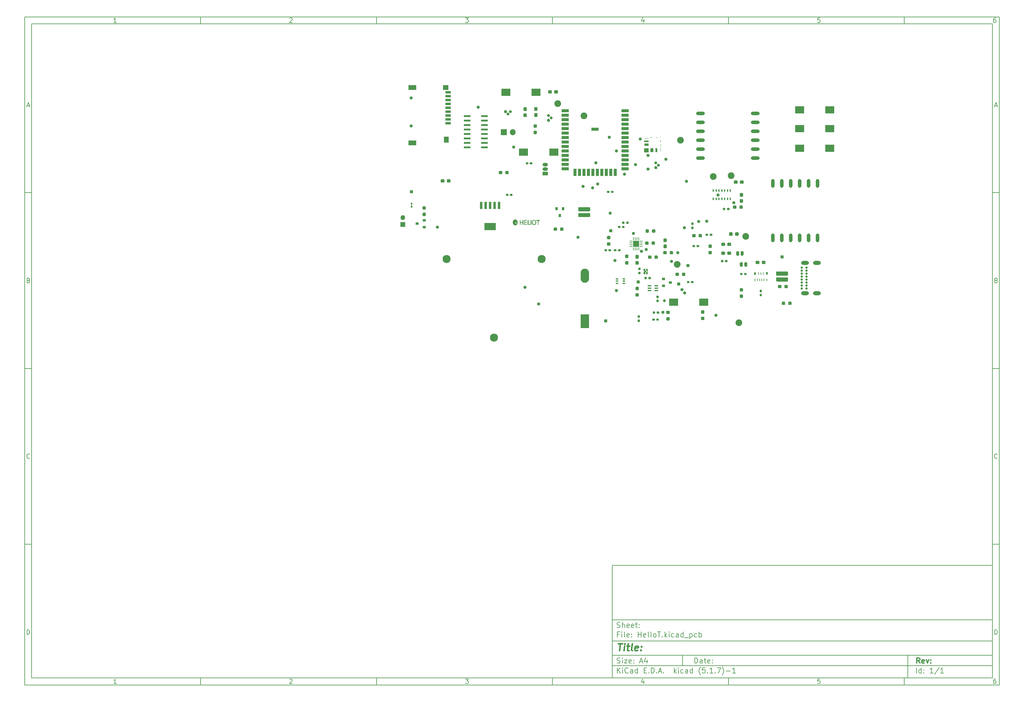
<source format=gbr>
%TF.GenerationSoftware,KiCad,Pcbnew,(5.1.7)-1*%
%TF.CreationDate,2020-12-03T05:29:24-05:00*%
%TF.ProjectId,HelIoT,48656c49-6f54-42e6-9b69-6361645f7063,rev?*%
%TF.SameCoordinates,Original*%
%TF.FileFunction,Soldermask,Top*%
%TF.FilePolarity,Negative*%
%FSLAX46Y46*%
G04 Gerber Fmt 4.6, Leading zero omitted, Abs format (unit mm)*
G04 Created by KiCad (PCBNEW (5.1.7)-1) date 2020-12-03 05:29:24*
%MOMM*%
%LPD*%
G01*
G04 APERTURE LIST*
%ADD10C,0.100000*%
%ADD11C,0.150000*%
%ADD12C,0.300000*%
%ADD13C,0.400000*%
%ADD14C,0.010000*%
%ADD15R,0.250000X0.900000*%
%ADD16R,0.250000X0.800000*%
%ADD17R,0.500000X0.800000*%
%ADD18O,1.350000X1.350000*%
%ADD19R,1.350000X1.350000*%
%ADD20R,1.970000X0.600000*%
%ADD21R,1.117600X0.355600*%
%ADD22O,2.500000X1.000000*%
%ADD23R,0.350000X0.750000*%
%ADD24R,0.650000X2.000000*%
%ADD25R,3.200000X2.000000*%
%ADD26R,0.480000X0.480000*%
%ADD27R,0.860000X0.260000*%
%ADD28R,0.260000X0.860000*%
%ADD29R,1.680000X1.680000*%
%ADD30R,2.000000X0.900000*%
%ADD31R,0.900000X2.000000*%
%ADD32R,0.850000X0.850000*%
%ADD33R,2.500000X2.000000*%
%ADD34O,1.000000X2.500000*%
%ADD35R,0.900000X0.800000*%
%ADD36R,0.650000X0.400000*%
%ADD37R,1.500000X1.050000*%
%ADD38O,1.500000X1.050000*%
%ADD39R,1.600000X0.700000*%
%ADD40R,1.600000X1.400000*%
%ADD41R,2.200000X1.400000*%
%ADD42R,1.400000X1.800000*%
%ADD43C,0.900000*%
%ADD44O,1.700000X1.700000*%
%ADD45R,1.700000X1.700000*%
%ADD46C,0.800000*%
%ADD47R,2.410000X4.020000*%
%ADD48O,2.410000X4.020000*%
%ADD49C,2.300000*%
%ADD50O,2.216000X1.108000*%
%ADD51C,0.650000*%
%ADD52R,0.800000X0.900000*%
%ADD53C,1.905000*%
G04 APERTURE END LIST*
D10*
D11*
X177002200Y-166007200D02*
X177002200Y-198007200D01*
X285002200Y-198007200D01*
X285002200Y-166007200D01*
X177002200Y-166007200D01*
D10*
D11*
X10000000Y-10000000D02*
X10000000Y-200007200D01*
X287002200Y-200007200D01*
X287002200Y-10000000D01*
X10000000Y-10000000D01*
D10*
D11*
X12000000Y-12000000D02*
X12000000Y-198007200D01*
X285002200Y-198007200D01*
X285002200Y-12000000D01*
X12000000Y-12000000D01*
D10*
D11*
X60000000Y-12000000D02*
X60000000Y-10000000D01*
D10*
D11*
X110000000Y-12000000D02*
X110000000Y-10000000D01*
D10*
D11*
X160000000Y-12000000D02*
X160000000Y-10000000D01*
D10*
D11*
X210000000Y-12000000D02*
X210000000Y-10000000D01*
D10*
D11*
X260000000Y-12000000D02*
X260000000Y-10000000D01*
D10*
D11*
X36065476Y-11588095D02*
X35322619Y-11588095D01*
X35694047Y-11588095D02*
X35694047Y-10288095D01*
X35570238Y-10473809D01*
X35446428Y-10597619D01*
X35322619Y-10659523D01*
D10*
D11*
X85322619Y-10411904D02*
X85384523Y-10350000D01*
X85508333Y-10288095D01*
X85817857Y-10288095D01*
X85941666Y-10350000D01*
X86003571Y-10411904D01*
X86065476Y-10535714D01*
X86065476Y-10659523D01*
X86003571Y-10845238D01*
X85260714Y-11588095D01*
X86065476Y-11588095D01*
D10*
D11*
X135260714Y-10288095D02*
X136065476Y-10288095D01*
X135632142Y-10783333D01*
X135817857Y-10783333D01*
X135941666Y-10845238D01*
X136003571Y-10907142D01*
X136065476Y-11030952D01*
X136065476Y-11340476D01*
X136003571Y-11464285D01*
X135941666Y-11526190D01*
X135817857Y-11588095D01*
X135446428Y-11588095D01*
X135322619Y-11526190D01*
X135260714Y-11464285D01*
D10*
D11*
X185941666Y-10721428D02*
X185941666Y-11588095D01*
X185632142Y-10226190D02*
X185322619Y-11154761D01*
X186127380Y-11154761D01*
D10*
D11*
X236003571Y-10288095D02*
X235384523Y-10288095D01*
X235322619Y-10907142D01*
X235384523Y-10845238D01*
X235508333Y-10783333D01*
X235817857Y-10783333D01*
X235941666Y-10845238D01*
X236003571Y-10907142D01*
X236065476Y-11030952D01*
X236065476Y-11340476D01*
X236003571Y-11464285D01*
X235941666Y-11526190D01*
X235817857Y-11588095D01*
X235508333Y-11588095D01*
X235384523Y-11526190D01*
X235322619Y-11464285D01*
D10*
D11*
X285941666Y-10288095D02*
X285694047Y-10288095D01*
X285570238Y-10350000D01*
X285508333Y-10411904D01*
X285384523Y-10597619D01*
X285322619Y-10845238D01*
X285322619Y-11340476D01*
X285384523Y-11464285D01*
X285446428Y-11526190D01*
X285570238Y-11588095D01*
X285817857Y-11588095D01*
X285941666Y-11526190D01*
X286003571Y-11464285D01*
X286065476Y-11340476D01*
X286065476Y-11030952D01*
X286003571Y-10907142D01*
X285941666Y-10845238D01*
X285817857Y-10783333D01*
X285570238Y-10783333D01*
X285446428Y-10845238D01*
X285384523Y-10907142D01*
X285322619Y-11030952D01*
D10*
D11*
X60000000Y-198007200D02*
X60000000Y-200007200D01*
D10*
D11*
X110000000Y-198007200D02*
X110000000Y-200007200D01*
D10*
D11*
X160000000Y-198007200D02*
X160000000Y-200007200D01*
D10*
D11*
X210000000Y-198007200D02*
X210000000Y-200007200D01*
D10*
D11*
X260000000Y-198007200D02*
X260000000Y-200007200D01*
D10*
D11*
X36065476Y-199595295D02*
X35322619Y-199595295D01*
X35694047Y-199595295D02*
X35694047Y-198295295D01*
X35570238Y-198481009D01*
X35446428Y-198604819D01*
X35322619Y-198666723D01*
D10*
D11*
X85322619Y-198419104D02*
X85384523Y-198357200D01*
X85508333Y-198295295D01*
X85817857Y-198295295D01*
X85941666Y-198357200D01*
X86003571Y-198419104D01*
X86065476Y-198542914D01*
X86065476Y-198666723D01*
X86003571Y-198852438D01*
X85260714Y-199595295D01*
X86065476Y-199595295D01*
D10*
D11*
X135260714Y-198295295D02*
X136065476Y-198295295D01*
X135632142Y-198790533D01*
X135817857Y-198790533D01*
X135941666Y-198852438D01*
X136003571Y-198914342D01*
X136065476Y-199038152D01*
X136065476Y-199347676D01*
X136003571Y-199471485D01*
X135941666Y-199533390D01*
X135817857Y-199595295D01*
X135446428Y-199595295D01*
X135322619Y-199533390D01*
X135260714Y-199471485D01*
D10*
D11*
X185941666Y-198728628D02*
X185941666Y-199595295D01*
X185632142Y-198233390D02*
X185322619Y-199161961D01*
X186127380Y-199161961D01*
D10*
D11*
X236003571Y-198295295D02*
X235384523Y-198295295D01*
X235322619Y-198914342D01*
X235384523Y-198852438D01*
X235508333Y-198790533D01*
X235817857Y-198790533D01*
X235941666Y-198852438D01*
X236003571Y-198914342D01*
X236065476Y-199038152D01*
X236065476Y-199347676D01*
X236003571Y-199471485D01*
X235941666Y-199533390D01*
X235817857Y-199595295D01*
X235508333Y-199595295D01*
X235384523Y-199533390D01*
X235322619Y-199471485D01*
D10*
D11*
X285941666Y-198295295D02*
X285694047Y-198295295D01*
X285570238Y-198357200D01*
X285508333Y-198419104D01*
X285384523Y-198604819D01*
X285322619Y-198852438D01*
X285322619Y-199347676D01*
X285384523Y-199471485D01*
X285446428Y-199533390D01*
X285570238Y-199595295D01*
X285817857Y-199595295D01*
X285941666Y-199533390D01*
X286003571Y-199471485D01*
X286065476Y-199347676D01*
X286065476Y-199038152D01*
X286003571Y-198914342D01*
X285941666Y-198852438D01*
X285817857Y-198790533D01*
X285570238Y-198790533D01*
X285446428Y-198852438D01*
X285384523Y-198914342D01*
X285322619Y-199038152D01*
D10*
D11*
X10000000Y-60000000D02*
X12000000Y-60000000D01*
D10*
D11*
X10000000Y-110000000D02*
X12000000Y-110000000D01*
D10*
D11*
X10000000Y-160000000D02*
X12000000Y-160000000D01*
D10*
D11*
X10690476Y-35216666D02*
X11309523Y-35216666D01*
X10566666Y-35588095D02*
X11000000Y-34288095D01*
X11433333Y-35588095D01*
D10*
D11*
X11092857Y-84907142D02*
X11278571Y-84969047D01*
X11340476Y-85030952D01*
X11402380Y-85154761D01*
X11402380Y-85340476D01*
X11340476Y-85464285D01*
X11278571Y-85526190D01*
X11154761Y-85588095D01*
X10659523Y-85588095D01*
X10659523Y-84288095D01*
X11092857Y-84288095D01*
X11216666Y-84350000D01*
X11278571Y-84411904D01*
X11340476Y-84535714D01*
X11340476Y-84659523D01*
X11278571Y-84783333D01*
X11216666Y-84845238D01*
X11092857Y-84907142D01*
X10659523Y-84907142D01*
D10*
D11*
X11402380Y-135464285D02*
X11340476Y-135526190D01*
X11154761Y-135588095D01*
X11030952Y-135588095D01*
X10845238Y-135526190D01*
X10721428Y-135402380D01*
X10659523Y-135278571D01*
X10597619Y-135030952D01*
X10597619Y-134845238D01*
X10659523Y-134597619D01*
X10721428Y-134473809D01*
X10845238Y-134350000D01*
X11030952Y-134288095D01*
X11154761Y-134288095D01*
X11340476Y-134350000D01*
X11402380Y-134411904D01*
D10*
D11*
X10659523Y-185588095D02*
X10659523Y-184288095D01*
X10969047Y-184288095D01*
X11154761Y-184350000D01*
X11278571Y-184473809D01*
X11340476Y-184597619D01*
X11402380Y-184845238D01*
X11402380Y-185030952D01*
X11340476Y-185278571D01*
X11278571Y-185402380D01*
X11154761Y-185526190D01*
X10969047Y-185588095D01*
X10659523Y-185588095D01*
D10*
D11*
X287002200Y-60000000D02*
X285002200Y-60000000D01*
D10*
D11*
X287002200Y-110000000D02*
X285002200Y-110000000D01*
D10*
D11*
X287002200Y-160000000D02*
X285002200Y-160000000D01*
D10*
D11*
X285692676Y-35216666D02*
X286311723Y-35216666D01*
X285568866Y-35588095D02*
X286002200Y-34288095D01*
X286435533Y-35588095D01*
D10*
D11*
X286095057Y-84907142D02*
X286280771Y-84969047D01*
X286342676Y-85030952D01*
X286404580Y-85154761D01*
X286404580Y-85340476D01*
X286342676Y-85464285D01*
X286280771Y-85526190D01*
X286156961Y-85588095D01*
X285661723Y-85588095D01*
X285661723Y-84288095D01*
X286095057Y-84288095D01*
X286218866Y-84350000D01*
X286280771Y-84411904D01*
X286342676Y-84535714D01*
X286342676Y-84659523D01*
X286280771Y-84783333D01*
X286218866Y-84845238D01*
X286095057Y-84907142D01*
X285661723Y-84907142D01*
D10*
D11*
X286404580Y-135464285D02*
X286342676Y-135526190D01*
X286156961Y-135588095D01*
X286033152Y-135588095D01*
X285847438Y-135526190D01*
X285723628Y-135402380D01*
X285661723Y-135278571D01*
X285599819Y-135030952D01*
X285599819Y-134845238D01*
X285661723Y-134597619D01*
X285723628Y-134473809D01*
X285847438Y-134350000D01*
X286033152Y-134288095D01*
X286156961Y-134288095D01*
X286342676Y-134350000D01*
X286404580Y-134411904D01*
D10*
D11*
X285661723Y-185588095D02*
X285661723Y-184288095D01*
X285971247Y-184288095D01*
X286156961Y-184350000D01*
X286280771Y-184473809D01*
X286342676Y-184597619D01*
X286404580Y-184845238D01*
X286404580Y-185030952D01*
X286342676Y-185278571D01*
X286280771Y-185402380D01*
X286156961Y-185526190D01*
X285971247Y-185588095D01*
X285661723Y-185588095D01*
D10*
D11*
X200434342Y-193785771D02*
X200434342Y-192285771D01*
X200791485Y-192285771D01*
X201005771Y-192357200D01*
X201148628Y-192500057D01*
X201220057Y-192642914D01*
X201291485Y-192928628D01*
X201291485Y-193142914D01*
X201220057Y-193428628D01*
X201148628Y-193571485D01*
X201005771Y-193714342D01*
X200791485Y-193785771D01*
X200434342Y-193785771D01*
X202577200Y-193785771D02*
X202577200Y-193000057D01*
X202505771Y-192857200D01*
X202362914Y-192785771D01*
X202077200Y-192785771D01*
X201934342Y-192857200D01*
X202577200Y-193714342D02*
X202434342Y-193785771D01*
X202077200Y-193785771D01*
X201934342Y-193714342D01*
X201862914Y-193571485D01*
X201862914Y-193428628D01*
X201934342Y-193285771D01*
X202077200Y-193214342D01*
X202434342Y-193214342D01*
X202577200Y-193142914D01*
X203077200Y-192785771D02*
X203648628Y-192785771D01*
X203291485Y-192285771D02*
X203291485Y-193571485D01*
X203362914Y-193714342D01*
X203505771Y-193785771D01*
X203648628Y-193785771D01*
X204720057Y-193714342D02*
X204577200Y-193785771D01*
X204291485Y-193785771D01*
X204148628Y-193714342D01*
X204077200Y-193571485D01*
X204077200Y-193000057D01*
X204148628Y-192857200D01*
X204291485Y-192785771D01*
X204577200Y-192785771D01*
X204720057Y-192857200D01*
X204791485Y-193000057D01*
X204791485Y-193142914D01*
X204077200Y-193285771D01*
X205434342Y-193642914D02*
X205505771Y-193714342D01*
X205434342Y-193785771D01*
X205362914Y-193714342D01*
X205434342Y-193642914D01*
X205434342Y-193785771D01*
X205434342Y-192857200D02*
X205505771Y-192928628D01*
X205434342Y-193000057D01*
X205362914Y-192928628D01*
X205434342Y-192857200D01*
X205434342Y-193000057D01*
D10*
D11*
X177002200Y-194507200D02*
X285002200Y-194507200D01*
D10*
D11*
X178434342Y-196585771D02*
X178434342Y-195085771D01*
X179291485Y-196585771D02*
X178648628Y-195728628D01*
X179291485Y-195085771D02*
X178434342Y-195942914D01*
X179934342Y-196585771D02*
X179934342Y-195585771D01*
X179934342Y-195085771D02*
X179862914Y-195157200D01*
X179934342Y-195228628D01*
X180005771Y-195157200D01*
X179934342Y-195085771D01*
X179934342Y-195228628D01*
X181505771Y-196442914D02*
X181434342Y-196514342D01*
X181220057Y-196585771D01*
X181077200Y-196585771D01*
X180862914Y-196514342D01*
X180720057Y-196371485D01*
X180648628Y-196228628D01*
X180577200Y-195942914D01*
X180577200Y-195728628D01*
X180648628Y-195442914D01*
X180720057Y-195300057D01*
X180862914Y-195157200D01*
X181077200Y-195085771D01*
X181220057Y-195085771D01*
X181434342Y-195157200D01*
X181505771Y-195228628D01*
X182791485Y-196585771D02*
X182791485Y-195800057D01*
X182720057Y-195657200D01*
X182577200Y-195585771D01*
X182291485Y-195585771D01*
X182148628Y-195657200D01*
X182791485Y-196514342D02*
X182648628Y-196585771D01*
X182291485Y-196585771D01*
X182148628Y-196514342D01*
X182077200Y-196371485D01*
X182077200Y-196228628D01*
X182148628Y-196085771D01*
X182291485Y-196014342D01*
X182648628Y-196014342D01*
X182791485Y-195942914D01*
X184148628Y-196585771D02*
X184148628Y-195085771D01*
X184148628Y-196514342D02*
X184005771Y-196585771D01*
X183720057Y-196585771D01*
X183577200Y-196514342D01*
X183505771Y-196442914D01*
X183434342Y-196300057D01*
X183434342Y-195871485D01*
X183505771Y-195728628D01*
X183577200Y-195657200D01*
X183720057Y-195585771D01*
X184005771Y-195585771D01*
X184148628Y-195657200D01*
X186005771Y-195800057D02*
X186505771Y-195800057D01*
X186720057Y-196585771D02*
X186005771Y-196585771D01*
X186005771Y-195085771D01*
X186720057Y-195085771D01*
X187362914Y-196442914D02*
X187434342Y-196514342D01*
X187362914Y-196585771D01*
X187291485Y-196514342D01*
X187362914Y-196442914D01*
X187362914Y-196585771D01*
X188077200Y-196585771D02*
X188077200Y-195085771D01*
X188434342Y-195085771D01*
X188648628Y-195157200D01*
X188791485Y-195300057D01*
X188862914Y-195442914D01*
X188934342Y-195728628D01*
X188934342Y-195942914D01*
X188862914Y-196228628D01*
X188791485Y-196371485D01*
X188648628Y-196514342D01*
X188434342Y-196585771D01*
X188077200Y-196585771D01*
X189577200Y-196442914D02*
X189648628Y-196514342D01*
X189577200Y-196585771D01*
X189505771Y-196514342D01*
X189577200Y-196442914D01*
X189577200Y-196585771D01*
X190220057Y-196157200D02*
X190934342Y-196157200D01*
X190077200Y-196585771D02*
X190577200Y-195085771D01*
X191077200Y-196585771D01*
X191577200Y-196442914D02*
X191648628Y-196514342D01*
X191577200Y-196585771D01*
X191505771Y-196514342D01*
X191577200Y-196442914D01*
X191577200Y-196585771D01*
X194577200Y-196585771D02*
X194577200Y-195085771D01*
X194720057Y-196014342D02*
X195148628Y-196585771D01*
X195148628Y-195585771D02*
X194577200Y-196157200D01*
X195791485Y-196585771D02*
X195791485Y-195585771D01*
X195791485Y-195085771D02*
X195720057Y-195157200D01*
X195791485Y-195228628D01*
X195862914Y-195157200D01*
X195791485Y-195085771D01*
X195791485Y-195228628D01*
X197148628Y-196514342D02*
X197005771Y-196585771D01*
X196720057Y-196585771D01*
X196577200Y-196514342D01*
X196505771Y-196442914D01*
X196434342Y-196300057D01*
X196434342Y-195871485D01*
X196505771Y-195728628D01*
X196577200Y-195657200D01*
X196720057Y-195585771D01*
X197005771Y-195585771D01*
X197148628Y-195657200D01*
X198434342Y-196585771D02*
X198434342Y-195800057D01*
X198362914Y-195657200D01*
X198220057Y-195585771D01*
X197934342Y-195585771D01*
X197791485Y-195657200D01*
X198434342Y-196514342D02*
X198291485Y-196585771D01*
X197934342Y-196585771D01*
X197791485Y-196514342D01*
X197720057Y-196371485D01*
X197720057Y-196228628D01*
X197791485Y-196085771D01*
X197934342Y-196014342D01*
X198291485Y-196014342D01*
X198434342Y-195942914D01*
X199791485Y-196585771D02*
X199791485Y-195085771D01*
X199791485Y-196514342D02*
X199648628Y-196585771D01*
X199362914Y-196585771D01*
X199220057Y-196514342D01*
X199148628Y-196442914D01*
X199077200Y-196300057D01*
X199077200Y-195871485D01*
X199148628Y-195728628D01*
X199220057Y-195657200D01*
X199362914Y-195585771D01*
X199648628Y-195585771D01*
X199791485Y-195657200D01*
X202077200Y-197157200D02*
X202005771Y-197085771D01*
X201862914Y-196871485D01*
X201791485Y-196728628D01*
X201720057Y-196514342D01*
X201648628Y-196157200D01*
X201648628Y-195871485D01*
X201720057Y-195514342D01*
X201791485Y-195300057D01*
X201862914Y-195157200D01*
X202005771Y-194942914D01*
X202077200Y-194871485D01*
X203362914Y-195085771D02*
X202648628Y-195085771D01*
X202577200Y-195800057D01*
X202648628Y-195728628D01*
X202791485Y-195657200D01*
X203148628Y-195657200D01*
X203291485Y-195728628D01*
X203362914Y-195800057D01*
X203434342Y-195942914D01*
X203434342Y-196300057D01*
X203362914Y-196442914D01*
X203291485Y-196514342D01*
X203148628Y-196585771D01*
X202791485Y-196585771D01*
X202648628Y-196514342D01*
X202577200Y-196442914D01*
X204077200Y-196442914D02*
X204148628Y-196514342D01*
X204077200Y-196585771D01*
X204005771Y-196514342D01*
X204077200Y-196442914D01*
X204077200Y-196585771D01*
X205577200Y-196585771D02*
X204720057Y-196585771D01*
X205148628Y-196585771D02*
X205148628Y-195085771D01*
X205005771Y-195300057D01*
X204862914Y-195442914D01*
X204720057Y-195514342D01*
X206220057Y-196442914D02*
X206291485Y-196514342D01*
X206220057Y-196585771D01*
X206148628Y-196514342D01*
X206220057Y-196442914D01*
X206220057Y-196585771D01*
X206791485Y-195085771D02*
X207791485Y-195085771D01*
X207148628Y-196585771D01*
X208220057Y-197157200D02*
X208291485Y-197085771D01*
X208434342Y-196871485D01*
X208505771Y-196728628D01*
X208577200Y-196514342D01*
X208648628Y-196157200D01*
X208648628Y-195871485D01*
X208577200Y-195514342D01*
X208505771Y-195300057D01*
X208434342Y-195157200D01*
X208291485Y-194942914D01*
X208220057Y-194871485D01*
X209362914Y-196014342D02*
X210505771Y-196014342D01*
X212005771Y-196585771D02*
X211148628Y-196585771D01*
X211577200Y-196585771D02*
X211577200Y-195085771D01*
X211434342Y-195300057D01*
X211291485Y-195442914D01*
X211148628Y-195514342D01*
D10*
D11*
X177002200Y-191507200D02*
X285002200Y-191507200D01*
D10*
D12*
X264411485Y-193785771D02*
X263911485Y-193071485D01*
X263554342Y-193785771D02*
X263554342Y-192285771D01*
X264125771Y-192285771D01*
X264268628Y-192357200D01*
X264340057Y-192428628D01*
X264411485Y-192571485D01*
X264411485Y-192785771D01*
X264340057Y-192928628D01*
X264268628Y-193000057D01*
X264125771Y-193071485D01*
X263554342Y-193071485D01*
X265625771Y-193714342D02*
X265482914Y-193785771D01*
X265197200Y-193785771D01*
X265054342Y-193714342D01*
X264982914Y-193571485D01*
X264982914Y-193000057D01*
X265054342Y-192857200D01*
X265197200Y-192785771D01*
X265482914Y-192785771D01*
X265625771Y-192857200D01*
X265697200Y-193000057D01*
X265697200Y-193142914D01*
X264982914Y-193285771D01*
X266197200Y-192785771D02*
X266554342Y-193785771D01*
X266911485Y-192785771D01*
X267482914Y-193642914D02*
X267554342Y-193714342D01*
X267482914Y-193785771D01*
X267411485Y-193714342D01*
X267482914Y-193642914D01*
X267482914Y-193785771D01*
X267482914Y-192857200D02*
X267554342Y-192928628D01*
X267482914Y-193000057D01*
X267411485Y-192928628D01*
X267482914Y-192857200D01*
X267482914Y-193000057D01*
D10*
D11*
X178362914Y-193714342D02*
X178577200Y-193785771D01*
X178934342Y-193785771D01*
X179077200Y-193714342D01*
X179148628Y-193642914D01*
X179220057Y-193500057D01*
X179220057Y-193357200D01*
X179148628Y-193214342D01*
X179077200Y-193142914D01*
X178934342Y-193071485D01*
X178648628Y-193000057D01*
X178505771Y-192928628D01*
X178434342Y-192857200D01*
X178362914Y-192714342D01*
X178362914Y-192571485D01*
X178434342Y-192428628D01*
X178505771Y-192357200D01*
X178648628Y-192285771D01*
X179005771Y-192285771D01*
X179220057Y-192357200D01*
X179862914Y-193785771D02*
X179862914Y-192785771D01*
X179862914Y-192285771D02*
X179791485Y-192357200D01*
X179862914Y-192428628D01*
X179934342Y-192357200D01*
X179862914Y-192285771D01*
X179862914Y-192428628D01*
X180434342Y-192785771D02*
X181220057Y-192785771D01*
X180434342Y-193785771D01*
X181220057Y-193785771D01*
X182362914Y-193714342D02*
X182220057Y-193785771D01*
X181934342Y-193785771D01*
X181791485Y-193714342D01*
X181720057Y-193571485D01*
X181720057Y-193000057D01*
X181791485Y-192857200D01*
X181934342Y-192785771D01*
X182220057Y-192785771D01*
X182362914Y-192857200D01*
X182434342Y-193000057D01*
X182434342Y-193142914D01*
X181720057Y-193285771D01*
X183077200Y-193642914D02*
X183148628Y-193714342D01*
X183077200Y-193785771D01*
X183005771Y-193714342D01*
X183077200Y-193642914D01*
X183077200Y-193785771D01*
X183077200Y-192857200D02*
X183148628Y-192928628D01*
X183077200Y-193000057D01*
X183005771Y-192928628D01*
X183077200Y-192857200D01*
X183077200Y-193000057D01*
X184862914Y-193357200D02*
X185577200Y-193357200D01*
X184720057Y-193785771D02*
X185220057Y-192285771D01*
X185720057Y-193785771D01*
X186862914Y-192785771D02*
X186862914Y-193785771D01*
X186505771Y-192214342D02*
X186148628Y-193285771D01*
X187077200Y-193285771D01*
D10*
D11*
X263434342Y-196585771D02*
X263434342Y-195085771D01*
X264791485Y-196585771D02*
X264791485Y-195085771D01*
X264791485Y-196514342D02*
X264648628Y-196585771D01*
X264362914Y-196585771D01*
X264220057Y-196514342D01*
X264148628Y-196442914D01*
X264077200Y-196300057D01*
X264077200Y-195871485D01*
X264148628Y-195728628D01*
X264220057Y-195657200D01*
X264362914Y-195585771D01*
X264648628Y-195585771D01*
X264791485Y-195657200D01*
X265505771Y-196442914D02*
X265577200Y-196514342D01*
X265505771Y-196585771D01*
X265434342Y-196514342D01*
X265505771Y-196442914D01*
X265505771Y-196585771D01*
X265505771Y-195657200D02*
X265577200Y-195728628D01*
X265505771Y-195800057D01*
X265434342Y-195728628D01*
X265505771Y-195657200D01*
X265505771Y-195800057D01*
X268148628Y-196585771D02*
X267291485Y-196585771D01*
X267720057Y-196585771D02*
X267720057Y-195085771D01*
X267577200Y-195300057D01*
X267434342Y-195442914D01*
X267291485Y-195514342D01*
X269862914Y-195014342D02*
X268577200Y-196942914D01*
X271148628Y-196585771D02*
X270291485Y-196585771D01*
X270720057Y-196585771D02*
X270720057Y-195085771D01*
X270577200Y-195300057D01*
X270434342Y-195442914D01*
X270291485Y-195514342D01*
D10*
D11*
X177002200Y-187507200D02*
X285002200Y-187507200D01*
D10*
D13*
X178714580Y-188211961D02*
X179857438Y-188211961D01*
X179036009Y-190211961D02*
X179286009Y-188211961D01*
X180274104Y-190211961D02*
X180440771Y-188878628D01*
X180524104Y-188211961D02*
X180416961Y-188307200D01*
X180500295Y-188402438D01*
X180607438Y-188307200D01*
X180524104Y-188211961D01*
X180500295Y-188402438D01*
X181107438Y-188878628D02*
X181869342Y-188878628D01*
X181476485Y-188211961D02*
X181262200Y-189926247D01*
X181333628Y-190116723D01*
X181512200Y-190211961D01*
X181702676Y-190211961D01*
X182655057Y-190211961D02*
X182476485Y-190116723D01*
X182405057Y-189926247D01*
X182619342Y-188211961D01*
X184190771Y-190116723D02*
X183988390Y-190211961D01*
X183607438Y-190211961D01*
X183428866Y-190116723D01*
X183357438Y-189926247D01*
X183452676Y-189164342D01*
X183571723Y-188973866D01*
X183774104Y-188878628D01*
X184155057Y-188878628D01*
X184333628Y-188973866D01*
X184405057Y-189164342D01*
X184381247Y-189354819D01*
X183405057Y-189545295D01*
X185155057Y-190021485D02*
X185238390Y-190116723D01*
X185131247Y-190211961D01*
X185047914Y-190116723D01*
X185155057Y-190021485D01*
X185131247Y-190211961D01*
X185286009Y-188973866D02*
X185369342Y-189069104D01*
X185262200Y-189164342D01*
X185178866Y-189069104D01*
X185286009Y-188973866D01*
X185262200Y-189164342D01*
D10*
D11*
X178934342Y-185600057D02*
X178434342Y-185600057D01*
X178434342Y-186385771D02*
X178434342Y-184885771D01*
X179148628Y-184885771D01*
X179720057Y-186385771D02*
X179720057Y-185385771D01*
X179720057Y-184885771D02*
X179648628Y-184957200D01*
X179720057Y-185028628D01*
X179791485Y-184957200D01*
X179720057Y-184885771D01*
X179720057Y-185028628D01*
X180648628Y-186385771D02*
X180505771Y-186314342D01*
X180434342Y-186171485D01*
X180434342Y-184885771D01*
X181791485Y-186314342D02*
X181648628Y-186385771D01*
X181362914Y-186385771D01*
X181220057Y-186314342D01*
X181148628Y-186171485D01*
X181148628Y-185600057D01*
X181220057Y-185457200D01*
X181362914Y-185385771D01*
X181648628Y-185385771D01*
X181791485Y-185457200D01*
X181862914Y-185600057D01*
X181862914Y-185742914D01*
X181148628Y-185885771D01*
X182505771Y-186242914D02*
X182577200Y-186314342D01*
X182505771Y-186385771D01*
X182434342Y-186314342D01*
X182505771Y-186242914D01*
X182505771Y-186385771D01*
X182505771Y-185457200D02*
X182577200Y-185528628D01*
X182505771Y-185600057D01*
X182434342Y-185528628D01*
X182505771Y-185457200D01*
X182505771Y-185600057D01*
X184362914Y-186385771D02*
X184362914Y-184885771D01*
X184362914Y-185600057D02*
X185220057Y-185600057D01*
X185220057Y-186385771D02*
X185220057Y-184885771D01*
X186505771Y-186314342D02*
X186362914Y-186385771D01*
X186077200Y-186385771D01*
X185934342Y-186314342D01*
X185862914Y-186171485D01*
X185862914Y-185600057D01*
X185934342Y-185457200D01*
X186077200Y-185385771D01*
X186362914Y-185385771D01*
X186505771Y-185457200D01*
X186577200Y-185600057D01*
X186577200Y-185742914D01*
X185862914Y-185885771D01*
X187434342Y-186385771D02*
X187291485Y-186314342D01*
X187220057Y-186171485D01*
X187220057Y-184885771D01*
X188005771Y-186385771D02*
X188005771Y-184885771D01*
X188934342Y-186385771D02*
X188791485Y-186314342D01*
X188720057Y-186242914D01*
X188648628Y-186100057D01*
X188648628Y-185671485D01*
X188720057Y-185528628D01*
X188791485Y-185457200D01*
X188934342Y-185385771D01*
X189148628Y-185385771D01*
X189291485Y-185457200D01*
X189362914Y-185528628D01*
X189434342Y-185671485D01*
X189434342Y-186100057D01*
X189362914Y-186242914D01*
X189291485Y-186314342D01*
X189148628Y-186385771D01*
X188934342Y-186385771D01*
X189862914Y-184885771D02*
X190720057Y-184885771D01*
X190291485Y-186385771D02*
X190291485Y-184885771D01*
X191220057Y-186242914D02*
X191291485Y-186314342D01*
X191220057Y-186385771D01*
X191148628Y-186314342D01*
X191220057Y-186242914D01*
X191220057Y-186385771D01*
X191934342Y-186385771D02*
X191934342Y-184885771D01*
X192077200Y-185814342D02*
X192505771Y-186385771D01*
X192505771Y-185385771D02*
X191934342Y-185957200D01*
X193148628Y-186385771D02*
X193148628Y-185385771D01*
X193148628Y-184885771D02*
X193077200Y-184957200D01*
X193148628Y-185028628D01*
X193220057Y-184957200D01*
X193148628Y-184885771D01*
X193148628Y-185028628D01*
X194505771Y-186314342D02*
X194362914Y-186385771D01*
X194077200Y-186385771D01*
X193934342Y-186314342D01*
X193862914Y-186242914D01*
X193791485Y-186100057D01*
X193791485Y-185671485D01*
X193862914Y-185528628D01*
X193934342Y-185457200D01*
X194077200Y-185385771D01*
X194362914Y-185385771D01*
X194505771Y-185457200D01*
X195791485Y-186385771D02*
X195791485Y-185600057D01*
X195720057Y-185457200D01*
X195577200Y-185385771D01*
X195291485Y-185385771D01*
X195148628Y-185457200D01*
X195791485Y-186314342D02*
X195648628Y-186385771D01*
X195291485Y-186385771D01*
X195148628Y-186314342D01*
X195077200Y-186171485D01*
X195077200Y-186028628D01*
X195148628Y-185885771D01*
X195291485Y-185814342D01*
X195648628Y-185814342D01*
X195791485Y-185742914D01*
X197148628Y-186385771D02*
X197148628Y-184885771D01*
X197148628Y-186314342D02*
X197005771Y-186385771D01*
X196720057Y-186385771D01*
X196577200Y-186314342D01*
X196505771Y-186242914D01*
X196434342Y-186100057D01*
X196434342Y-185671485D01*
X196505771Y-185528628D01*
X196577200Y-185457200D01*
X196720057Y-185385771D01*
X197005771Y-185385771D01*
X197148628Y-185457200D01*
X197505771Y-186528628D02*
X198648628Y-186528628D01*
X199005771Y-185385771D02*
X199005771Y-186885771D01*
X199005771Y-185457200D02*
X199148628Y-185385771D01*
X199434342Y-185385771D01*
X199577200Y-185457200D01*
X199648628Y-185528628D01*
X199720057Y-185671485D01*
X199720057Y-186100057D01*
X199648628Y-186242914D01*
X199577200Y-186314342D01*
X199434342Y-186385771D01*
X199148628Y-186385771D01*
X199005771Y-186314342D01*
X201005771Y-186314342D02*
X200862914Y-186385771D01*
X200577200Y-186385771D01*
X200434342Y-186314342D01*
X200362914Y-186242914D01*
X200291485Y-186100057D01*
X200291485Y-185671485D01*
X200362914Y-185528628D01*
X200434342Y-185457200D01*
X200577200Y-185385771D01*
X200862914Y-185385771D01*
X201005771Y-185457200D01*
X201648628Y-186385771D02*
X201648628Y-184885771D01*
X201648628Y-185457200D02*
X201791485Y-185385771D01*
X202077200Y-185385771D01*
X202220057Y-185457200D01*
X202291485Y-185528628D01*
X202362914Y-185671485D01*
X202362914Y-186100057D01*
X202291485Y-186242914D01*
X202220057Y-186314342D01*
X202077200Y-186385771D01*
X201791485Y-186385771D01*
X201648628Y-186314342D01*
D10*
D11*
X177002200Y-181507200D02*
X285002200Y-181507200D01*
D10*
D11*
X178362914Y-183614342D02*
X178577200Y-183685771D01*
X178934342Y-183685771D01*
X179077200Y-183614342D01*
X179148628Y-183542914D01*
X179220057Y-183400057D01*
X179220057Y-183257200D01*
X179148628Y-183114342D01*
X179077200Y-183042914D01*
X178934342Y-182971485D01*
X178648628Y-182900057D01*
X178505771Y-182828628D01*
X178434342Y-182757200D01*
X178362914Y-182614342D01*
X178362914Y-182471485D01*
X178434342Y-182328628D01*
X178505771Y-182257200D01*
X178648628Y-182185771D01*
X179005771Y-182185771D01*
X179220057Y-182257200D01*
X179862914Y-183685771D02*
X179862914Y-182185771D01*
X180505771Y-183685771D02*
X180505771Y-182900057D01*
X180434342Y-182757200D01*
X180291485Y-182685771D01*
X180077200Y-182685771D01*
X179934342Y-182757200D01*
X179862914Y-182828628D01*
X181791485Y-183614342D02*
X181648628Y-183685771D01*
X181362914Y-183685771D01*
X181220057Y-183614342D01*
X181148628Y-183471485D01*
X181148628Y-182900057D01*
X181220057Y-182757200D01*
X181362914Y-182685771D01*
X181648628Y-182685771D01*
X181791485Y-182757200D01*
X181862914Y-182900057D01*
X181862914Y-183042914D01*
X181148628Y-183185771D01*
X183077200Y-183614342D02*
X182934342Y-183685771D01*
X182648628Y-183685771D01*
X182505771Y-183614342D01*
X182434342Y-183471485D01*
X182434342Y-182900057D01*
X182505771Y-182757200D01*
X182648628Y-182685771D01*
X182934342Y-182685771D01*
X183077200Y-182757200D01*
X183148628Y-182900057D01*
X183148628Y-183042914D01*
X182434342Y-183185771D01*
X183577200Y-182685771D02*
X184148628Y-182685771D01*
X183791485Y-182185771D02*
X183791485Y-183471485D01*
X183862914Y-183614342D01*
X184005771Y-183685771D01*
X184148628Y-183685771D01*
X184648628Y-183542914D02*
X184720057Y-183614342D01*
X184648628Y-183685771D01*
X184577200Y-183614342D01*
X184648628Y-183542914D01*
X184648628Y-183685771D01*
X184648628Y-182757200D02*
X184720057Y-182828628D01*
X184648628Y-182900057D01*
X184577200Y-182828628D01*
X184648628Y-182757200D01*
X184648628Y-182900057D01*
D10*
D11*
X197002200Y-191507200D02*
X197002200Y-194507200D01*
D10*
D11*
X261002200Y-191507200D02*
X261002200Y-198007200D01*
D14*
%TO.C,G\u002A\u002A\u002A*%
G36*
X149939518Y-68741919D02*
G01*
X149927164Y-68780953D01*
X149908357Y-68827604D01*
X149885927Y-68875328D01*
X149865636Y-68912685D01*
X149845057Y-68942398D01*
X149815104Y-68978958D01*
X149778537Y-69019606D01*
X149738117Y-69061582D01*
X149696605Y-69102127D01*
X149656762Y-69138482D01*
X149621350Y-69167886D01*
X149593129Y-69187582D01*
X149587466Y-69190693D01*
X149570182Y-69199117D01*
X149554523Y-69205299D01*
X149537442Y-69209634D01*
X149515889Y-69212518D01*
X149486817Y-69214346D01*
X149447176Y-69215513D01*
X149393919Y-69216414D01*
X149388500Y-69216493D01*
X149337171Y-69216862D01*
X149289743Y-69216497D01*
X149249622Y-69215481D01*
X149220218Y-69213892D01*
X149206467Y-69212212D01*
X149179959Y-69204028D01*
X149149754Y-69191489D01*
X149140926Y-69187153D01*
X149117128Y-69171503D01*
X149085232Y-69145829D01*
X149048172Y-69112957D01*
X149008881Y-69075708D01*
X148989575Y-69056294D01*
X149279770Y-69056294D01*
X149281259Y-69093045D01*
X149281608Y-69097606D01*
X149285443Y-69109404D01*
X149292279Y-69108073D01*
X149299689Y-69096524D01*
X149305247Y-69077668D01*
X149306484Y-69067757D01*
X149306493Y-69067209D01*
X149358867Y-69067209D01*
X149358867Y-69067267D01*
X149359985Y-69097669D01*
X149362984Y-69118677D01*
X149367325Y-69126533D01*
X149367333Y-69126533D01*
X149371676Y-69118703D01*
X149374677Y-69097714D01*
X149375800Y-69067324D01*
X149375800Y-69067267D01*
X149375705Y-69064685D01*
X149427205Y-69064685D01*
X149427722Y-69087216D01*
X149430033Y-69097869D01*
X149438965Y-69108887D01*
X149448355Y-69105015D01*
X149453528Y-69090550D01*
X149455018Y-69064846D01*
X149453140Y-69039591D01*
X149448706Y-69019781D01*
X149442530Y-69010415D01*
X149440489Y-69010378D01*
X149434341Y-69019965D01*
X149429662Y-69040168D01*
X149427205Y-69064685D01*
X149375705Y-69064685D01*
X149374681Y-69036864D01*
X149371683Y-69015857D01*
X149367341Y-69008000D01*
X149367333Y-69008000D01*
X149362990Y-69015831D01*
X149359989Y-69036820D01*
X149358867Y-69067209D01*
X149306493Y-69067209D01*
X149306946Y-69041783D01*
X149304854Y-69021434D01*
X149303763Y-69017615D01*
X149298411Y-69008227D01*
X149291433Y-69013318D01*
X149288412Y-69017307D01*
X149282054Y-69032227D01*
X149279770Y-69056294D01*
X148989575Y-69056294D01*
X148970294Y-69036906D01*
X148935347Y-68999374D01*
X148906972Y-68965935D01*
X148896242Y-68951740D01*
X148871023Y-68912726D01*
X148845887Y-68867542D01*
X148823298Y-68821225D01*
X148805717Y-68778810D01*
X148795830Y-68746399D01*
X148789705Y-68717631D01*
X148813936Y-68734730D01*
X148867825Y-68766522D01*
X148934760Y-68795946D01*
X149010881Y-68821629D01*
X149092330Y-68842195D01*
X149141513Y-68851404D01*
X149192313Y-68857427D01*
X149255225Y-68861489D01*
X149325540Y-68863592D01*
X149398553Y-68863735D01*
X149469554Y-68861917D01*
X149533836Y-68858140D01*
X149586692Y-68852403D01*
X149593153Y-68851404D01*
X149676455Y-68834397D01*
X149756584Y-68811408D01*
X149829697Y-68783810D01*
X149891946Y-68752972D01*
X149921077Y-68734483D01*
X149945654Y-68717138D01*
X149939518Y-68741919D01*
G37*
X149939518Y-68741919D02*
X149927164Y-68780953D01*
X149908357Y-68827604D01*
X149885927Y-68875328D01*
X149865636Y-68912685D01*
X149845057Y-68942398D01*
X149815104Y-68978958D01*
X149778537Y-69019606D01*
X149738117Y-69061582D01*
X149696605Y-69102127D01*
X149656762Y-69138482D01*
X149621350Y-69167886D01*
X149593129Y-69187582D01*
X149587466Y-69190693D01*
X149570182Y-69199117D01*
X149554523Y-69205299D01*
X149537442Y-69209634D01*
X149515889Y-69212518D01*
X149486817Y-69214346D01*
X149447176Y-69215513D01*
X149393919Y-69216414D01*
X149388500Y-69216493D01*
X149337171Y-69216862D01*
X149289743Y-69216497D01*
X149249622Y-69215481D01*
X149220218Y-69213892D01*
X149206467Y-69212212D01*
X149179959Y-69204028D01*
X149149754Y-69191489D01*
X149140926Y-69187153D01*
X149117128Y-69171503D01*
X149085232Y-69145829D01*
X149048172Y-69112957D01*
X149008881Y-69075708D01*
X148989575Y-69056294D01*
X149279770Y-69056294D01*
X149281259Y-69093045D01*
X149281608Y-69097606D01*
X149285443Y-69109404D01*
X149292279Y-69108073D01*
X149299689Y-69096524D01*
X149305247Y-69077668D01*
X149306484Y-69067757D01*
X149306493Y-69067209D01*
X149358867Y-69067209D01*
X149358867Y-69067267D01*
X149359985Y-69097669D01*
X149362984Y-69118677D01*
X149367325Y-69126533D01*
X149367333Y-69126533D01*
X149371676Y-69118703D01*
X149374677Y-69097714D01*
X149375800Y-69067324D01*
X149375800Y-69067267D01*
X149375705Y-69064685D01*
X149427205Y-69064685D01*
X149427722Y-69087216D01*
X149430033Y-69097869D01*
X149438965Y-69108887D01*
X149448355Y-69105015D01*
X149453528Y-69090550D01*
X149455018Y-69064846D01*
X149453140Y-69039591D01*
X149448706Y-69019781D01*
X149442530Y-69010415D01*
X149440489Y-69010378D01*
X149434341Y-69019965D01*
X149429662Y-69040168D01*
X149427205Y-69064685D01*
X149375705Y-69064685D01*
X149374681Y-69036864D01*
X149371683Y-69015857D01*
X149367341Y-69008000D01*
X149367333Y-69008000D01*
X149362990Y-69015831D01*
X149359989Y-69036820D01*
X149358867Y-69067209D01*
X149306493Y-69067209D01*
X149306946Y-69041783D01*
X149304854Y-69021434D01*
X149303763Y-69017615D01*
X149298411Y-69008227D01*
X149291433Y-69013318D01*
X149288412Y-69017307D01*
X149282054Y-69032227D01*
X149279770Y-69056294D01*
X148989575Y-69056294D01*
X148970294Y-69036906D01*
X148935347Y-68999374D01*
X148906972Y-68965935D01*
X148896242Y-68951740D01*
X148871023Y-68912726D01*
X148845887Y-68867542D01*
X148823298Y-68821225D01*
X148805717Y-68778810D01*
X148795830Y-68746399D01*
X148789705Y-68717631D01*
X148813936Y-68734730D01*
X148867825Y-68766522D01*
X148934760Y-68795946D01*
X149010881Y-68821629D01*
X149092330Y-68842195D01*
X149141513Y-68851404D01*
X149192313Y-68857427D01*
X149255225Y-68861489D01*
X149325540Y-68863592D01*
X149398553Y-68863735D01*
X149469554Y-68861917D01*
X149533836Y-68858140D01*
X149586692Y-68852403D01*
X149593153Y-68851404D01*
X149676455Y-68834397D01*
X149756584Y-68811408D01*
X149829697Y-68783810D01*
X149891946Y-68752972D01*
X149921077Y-68734483D01*
X149945654Y-68717138D01*
X149939518Y-68741919D01*
G36*
X154773950Y-67759748D02*
G01*
X154812451Y-67760743D01*
X154841980Y-67763074D01*
X154866515Y-67767165D01*
X154890031Y-67773440D01*
X154908325Y-67779465D01*
X154995171Y-67817902D01*
X155071753Y-67869304D01*
X155137685Y-67932877D01*
X155192582Y-68007832D01*
X155236056Y-68093376D01*
X155267722Y-68188720D01*
X155287193Y-68293071D01*
X155294082Y-68405639D01*
X155288004Y-68525633D01*
X155285128Y-68551022D01*
X155265344Y-68657408D01*
X155233746Y-68754380D01*
X155190900Y-68840773D01*
X155137368Y-68915423D01*
X155082009Y-68970359D01*
X155040248Y-68999825D01*
X154988153Y-69028284D01*
X154932193Y-69052649D01*
X154878840Y-69069836D01*
X154868138Y-69072338D01*
X154815366Y-69080002D01*
X154753202Y-69083329D01*
X154687905Y-69082433D01*
X154625736Y-69077426D01*
X154572956Y-69068421D01*
X154566949Y-69066920D01*
X154504856Y-69047620D01*
X154452190Y-69023577D01*
X154403583Y-68991687D01*
X154353668Y-68948842D01*
X154339656Y-68935371D01*
X154305001Y-68900101D01*
X154279630Y-68870266D01*
X154259679Y-68840628D01*
X154241288Y-68805948D01*
X154235895Y-68794629D01*
X154210402Y-68735867D01*
X154191410Y-68680617D01*
X154178114Y-68624717D01*
X154169711Y-68564002D01*
X154165398Y-68494308D01*
X154164347Y-68423800D01*
X154164395Y-68415334D01*
X154299323Y-68415334D01*
X154299488Y-68471187D01*
X154300339Y-68513664D01*
X154302206Y-68546321D01*
X154305420Y-68572712D01*
X154310313Y-68596390D01*
X154317214Y-68620911D01*
X154318992Y-68626636D01*
X154354763Y-68719238D01*
X154399458Y-68797502D01*
X154453186Y-68861545D01*
X154516053Y-68911483D01*
X154588165Y-68947434D01*
X154620900Y-68958294D01*
X154681104Y-68970806D01*
X154740996Y-68972353D01*
X154799057Y-68964884D01*
X154877554Y-68942482D01*
X154947106Y-68905896D01*
X155007810Y-68855030D01*
X155059765Y-68789784D01*
X155103067Y-68710060D01*
X155134474Y-68626636D01*
X155141975Y-68600965D01*
X155147329Y-68576863D01*
X155150889Y-68550669D01*
X155153003Y-68518724D01*
X155154023Y-68477366D01*
X155154299Y-68422936D01*
X155154300Y-68419567D01*
X155153308Y-68349759D01*
X155149729Y-68292516D01*
X155142662Y-68243556D01*
X155131202Y-68198594D01*
X155114448Y-68153346D01*
X155091495Y-68103529D01*
X155084889Y-68090269D01*
X155041531Y-68021320D01*
X154988249Y-67964574D01*
X154927010Y-67920360D01*
X154859784Y-67889010D01*
X154788539Y-67870852D01*
X154715243Y-67866216D01*
X154641865Y-67875432D01*
X154570372Y-67898831D01*
X154502735Y-67936741D01*
X154446938Y-67983385D01*
X154411715Y-68022125D01*
X154382774Y-68063244D01*
X154357575Y-68111105D01*
X154333579Y-68170071D01*
X154326099Y-68190967D01*
X154316462Y-68219194D01*
X154309482Y-68242690D01*
X154304726Y-68265070D01*
X154301764Y-68289947D01*
X154300163Y-68320937D01*
X154299493Y-68361652D01*
X154299323Y-68415334D01*
X154164395Y-68415334D01*
X154164684Y-68365125D01*
X154165915Y-68319445D01*
X154168368Y-68282829D01*
X154172373Y-68251349D01*
X154178261Y-68221074D01*
X154183018Y-68201115D01*
X154214885Y-68100683D01*
X154257151Y-68013355D01*
X154310410Y-67938434D01*
X154375252Y-67875220D01*
X154452269Y-67823015D01*
X154537062Y-67783055D01*
X154561223Y-67774072D01*
X154582728Y-67767776D01*
X154605457Y-67763678D01*
X154633294Y-67761289D01*
X154670118Y-67760118D01*
X154719813Y-67759677D01*
X154722500Y-67759666D01*
X154773950Y-67759748D01*
G37*
X154773950Y-67759748D02*
X154812451Y-67760743D01*
X154841980Y-67763074D01*
X154866515Y-67767165D01*
X154890031Y-67773440D01*
X154908325Y-67779465D01*
X154995171Y-67817902D01*
X155071753Y-67869304D01*
X155137685Y-67932877D01*
X155192582Y-68007832D01*
X155236056Y-68093376D01*
X155267722Y-68188720D01*
X155287193Y-68293071D01*
X155294082Y-68405639D01*
X155288004Y-68525633D01*
X155285128Y-68551022D01*
X155265344Y-68657408D01*
X155233746Y-68754380D01*
X155190900Y-68840773D01*
X155137368Y-68915423D01*
X155082009Y-68970359D01*
X155040248Y-68999825D01*
X154988153Y-69028284D01*
X154932193Y-69052649D01*
X154878840Y-69069836D01*
X154868138Y-69072338D01*
X154815366Y-69080002D01*
X154753202Y-69083329D01*
X154687905Y-69082433D01*
X154625736Y-69077426D01*
X154572956Y-69068421D01*
X154566949Y-69066920D01*
X154504856Y-69047620D01*
X154452190Y-69023577D01*
X154403583Y-68991687D01*
X154353668Y-68948842D01*
X154339656Y-68935371D01*
X154305001Y-68900101D01*
X154279630Y-68870266D01*
X154259679Y-68840628D01*
X154241288Y-68805948D01*
X154235895Y-68794629D01*
X154210402Y-68735867D01*
X154191410Y-68680617D01*
X154178114Y-68624717D01*
X154169711Y-68564002D01*
X154165398Y-68494308D01*
X154164347Y-68423800D01*
X154164395Y-68415334D01*
X154299323Y-68415334D01*
X154299488Y-68471187D01*
X154300339Y-68513664D01*
X154302206Y-68546321D01*
X154305420Y-68572712D01*
X154310313Y-68596390D01*
X154317214Y-68620911D01*
X154318992Y-68626636D01*
X154354763Y-68719238D01*
X154399458Y-68797502D01*
X154453186Y-68861545D01*
X154516053Y-68911483D01*
X154588165Y-68947434D01*
X154620900Y-68958294D01*
X154681104Y-68970806D01*
X154740996Y-68972353D01*
X154799057Y-68964884D01*
X154877554Y-68942482D01*
X154947106Y-68905896D01*
X155007810Y-68855030D01*
X155059765Y-68789784D01*
X155103067Y-68710060D01*
X155134474Y-68626636D01*
X155141975Y-68600965D01*
X155147329Y-68576863D01*
X155150889Y-68550669D01*
X155153003Y-68518724D01*
X155154023Y-68477366D01*
X155154299Y-68422936D01*
X155154300Y-68419567D01*
X155153308Y-68349759D01*
X155149729Y-68292516D01*
X155142662Y-68243556D01*
X155131202Y-68198594D01*
X155114448Y-68153346D01*
X155091495Y-68103529D01*
X155084889Y-68090269D01*
X155041531Y-68021320D01*
X154988249Y-67964574D01*
X154927010Y-67920360D01*
X154859784Y-67889010D01*
X154788539Y-67870852D01*
X154715243Y-67866216D01*
X154641865Y-67875432D01*
X154570372Y-67898831D01*
X154502735Y-67936741D01*
X154446938Y-67983385D01*
X154411715Y-68022125D01*
X154382774Y-68063244D01*
X154357575Y-68111105D01*
X154333579Y-68170071D01*
X154326099Y-68190967D01*
X154316462Y-68219194D01*
X154309482Y-68242690D01*
X154304726Y-68265070D01*
X154301764Y-68289947D01*
X154300163Y-68320937D01*
X154299493Y-68361652D01*
X154299323Y-68415334D01*
X154164395Y-68415334D01*
X154164684Y-68365125D01*
X154165915Y-68319445D01*
X154168368Y-68282829D01*
X154172373Y-68251349D01*
X154178261Y-68221074D01*
X154183018Y-68201115D01*
X154214885Y-68100683D01*
X154257151Y-68013355D01*
X154310410Y-67938434D01*
X154375252Y-67875220D01*
X154452269Y-67823015D01*
X154537062Y-67783055D01*
X154561223Y-67774072D01*
X154582728Y-67767776D01*
X154605457Y-67763678D01*
X154633294Y-67761289D01*
X154670118Y-67760118D01*
X154719813Y-67759677D01*
X154722500Y-67759666D01*
X154773950Y-67759748D01*
G36*
X151593812Y-67774231D02*
G01*
X151608883Y-67777203D01*
X151627933Y-67782308D01*
X151627933Y-69058800D01*
X151500933Y-69058800D01*
X151500933Y-68457667D01*
X150849216Y-68457667D01*
X150846991Y-68756117D01*
X150844767Y-69054567D01*
X150783383Y-69057054D01*
X150722000Y-69059542D01*
X150722000Y-67782308D01*
X150741050Y-67777203D01*
X150776506Y-67772473D01*
X150814878Y-67774231D01*
X150829950Y-67777203D01*
X150849000Y-67782308D01*
X150849000Y-68339134D01*
X151500933Y-68339134D01*
X151500933Y-67782308D01*
X151519983Y-67777203D01*
X151555440Y-67772473D01*
X151593812Y-67774231D01*
G37*
X151593812Y-67774231D02*
X151608883Y-67777203D01*
X151627933Y-67782308D01*
X151627933Y-69058800D01*
X151500933Y-69058800D01*
X151500933Y-68457667D01*
X150849216Y-68457667D01*
X150846991Y-68756117D01*
X150844767Y-69054567D01*
X150783383Y-69057054D01*
X150722000Y-69059542D01*
X150722000Y-67782308D01*
X150741050Y-67777203D01*
X150776506Y-67772473D01*
X150814878Y-67774231D01*
X150829950Y-67777203D01*
X150849000Y-67782308D01*
X150849000Y-68339134D01*
X151500933Y-68339134D01*
X151500933Y-67782308D01*
X151519983Y-67777203D01*
X151555440Y-67772473D01*
X151593812Y-67774231D01*
G36*
X152468422Y-67773268D02*
G01*
X152530241Y-67773947D01*
X152576618Y-67775230D01*
X152608049Y-67777129D01*
X152625026Y-67779653D01*
X152627407Y-67780551D01*
X152637347Y-67788342D01*
X152642071Y-67801073D01*
X152642831Y-67823594D01*
X152642224Y-67837999D01*
X152639700Y-67886167D01*
X152370883Y-67888402D01*
X152102066Y-67890638D01*
X152102066Y-68338885D01*
X152614300Y-68343367D01*
X152616883Y-68388504D01*
X152616571Y-68417962D01*
X152612570Y-68439671D01*
X152609496Y-68445654D01*
X152603904Y-68449208D01*
X152592543Y-68452015D01*
X152573693Y-68454154D01*
X152545636Y-68455707D01*
X152506652Y-68456751D01*
X152455020Y-68457368D01*
X152389021Y-68457638D01*
X152350796Y-68457667D01*
X152102066Y-68457667D01*
X152102066Y-68948733D01*
X152660866Y-68948733D01*
X152660866Y-69058800D01*
X151977041Y-69058800D01*
X151971936Y-69039750D01*
X151970751Y-69026962D01*
X151969726Y-68999140D01*
X151968856Y-68957918D01*
X151968139Y-68904934D01*
X151967570Y-68841823D01*
X151967145Y-68770220D01*
X151966861Y-68691763D01*
X151966713Y-68608086D01*
X151966698Y-68520825D01*
X151966813Y-68431618D01*
X151967052Y-68342099D01*
X151967412Y-68253904D01*
X151967890Y-68168669D01*
X151968482Y-68088031D01*
X151969183Y-68013625D01*
X151969990Y-67947088D01*
X151970899Y-67890054D01*
X151971906Y-67844160D01*
X151973008Y-67811042D01*
X151974200Y-67792336D01*
X151974881Y-67788800D01*
X151979007Y-67785441D01*
X151987783Y-67782670D01*
X152002773Y-67780414D01*
X152025546Y-67778600D01*
X152057666Y-67777154D01*
X152100701Y-67776002D01*
X152156216Y-67775071D01*
X152225778Y-67774287D01*
X152296485Y-67773686D01*
X152390668Y-67773185D01*
X152468422Y-67773268D01*
G37*
X152468422Y-67773268D02*
X152530241Y-67773947D01*
X152576618Y-67775230D01*
X152608049Y-67777129D01*
X152625026Y-67779653D01*
X152627407Y-67780551D01*
X152637347Y-67788342D01*
X152642071Y-67801073D01*
X152642831Y-67823594D01*
X152642224Y-67837999D01*
X152639700Y-67886167D01*
X152370883Y-67888402D01*
X152102066Y-67890638D01*
X152102066Y-68338885D01*
X152614300Y-68343367D01*
X152616883Y-68388504D01*
X152616571Y-68417962D01*
X152612570Y-68439671D01*
X152609496Y-68445654D01*
X152603904Y-68449208D01*
X152592543Y-68452015D01*
X152573693Y-68454154D01*
X152545636Y-68455707D01*
X152506652Y-68456751D01*
X152455020Y-68457368D01*
X152389021Y-68457638D01*
X152350796Y-68457667D01*
X152102066Y-68457667D01*
X152102066Y-68948733D01*
X152660866Y-68948733D01*
X152660866Y-69058800D01*
X151977041Y-69058800D01*
X151971936Y-69039750D01*
X151970751Y-69026962D01*
X151969726Y-68999140D01*
X151968856Y-68957918D01*
X151968139Y-68904934D01*
X151967570Y-68841823D01*
X151967145Y-68770220D01*
X151966861Y-68691763D01*
X151966713Y-68608086D01*
X151966698Y-68520825D01*
X151966813Y-68431618D01*
X151967052Y-68342099D01*
X151967412Y-68253904D01*
X151967890Y-68168669D01*
X151968482Y-68088031D01*
X151969183Y-68013625D01*
X151969990Y-67947088D01*
X151970899Y-67890054D01*
X151971906Y-67844160D01*
X151973008Y-67811042D01*
X151974200Y-67792336D01*
X151974881Y-67788800D01*
X151979007Y-67785441D01*
X151987783Y-67782670D01*
X152002773Y-67780414D01*
X152025546Y-67778600D01*
X152057666Y-67777154D01*
X152100701Y-67776002D01*
X152156216Y-67775071D01*
X152225778Y-67774287D01*
X152296485Y-67773686D01*
X152390668Y-67773185D01*
X152468422Y-67773268D01*
G36*
X153084317Y-68948733D02*
G01*
X153600667Y-68948733D01*
X153600667Y-69058800D01*
X153283464Y-69058800D01*
X153201784Y-69058769D01*
X153135396Y-69058620D01*
X153082659Y-69058271D01*
X153041935Y-69057638D01*
X153011581Y-69056639D01*
X152989958Y-69055191D01*
X152975424Y-69053210D01*
X152966339Y-69050614D01*
X152961062Y-69047320D01*
X152957953Y-69043245D01*
X152957443Y-69042321D01*
X152955530Y-69030525D01*
X152953919Y-69002771D01*
X152952609Y-68958930D01*
X152951599Y-68898875D01*
X152950888Y-68822479D01*
X152950474Y-68729615D01*
X152950355Y-68620156D01*
X152950531Y-68493973D01*
X152950795Y-68405204D01*
X152952967Y-67784567D01*
X153079967Y-67784567D01*
X153084317Y-68948733D01*
G37*
X153084317Y-68948733D02*
X153600667Y-68948733D01*
X153600667Y-69058800D01*
X153283464Y-69058800D01*
X153201784Y-69058769D01*
X153135396Y-69058620D01*
X153082659Y-69058271D01*
X153041935Y-69057638D01*
X153011581Y-69056639D01*
X152989958Y-69055191D01*
X152975424Y-69053210D01*
X152966339Y-69050614D01*
X152961062Y-69047320D01*
X152957953Y-69043245D01*
X152957443Y-69042321D01*
X152955530Y-69030525D01*
X152953919Y-69002771D01*
X152952609Y-68958930D01*
X152951599Y-68898875D01*
X152950888Y-68822479D01*
X152950474Y-68729615D01*
X152950355Y-68620156D01*
X152950531Y-68493973D01*
X152950795Y-68405204D01*
X152952967Y-67784567D01*
X153079967Y-67784567D01*
X153084317Y-68948733D01*
G36*
X153917199Y-67807244D02*
G01*
X153918157Y-67820425D01*
X153919010Y-67848748D01*
X153919759Y-67890539D01*
X153920404Y-67944124D01*
X153920947Y-68007827D01*
X153921386Y-68079976D01*
X153921723Y-68158896D01*
X153921958Y-68242913D01*
X153922092Y-68330353D01*
X153922125Y-68419541D01*
X153922058Y-68508803D01*
X153921891Y-68596465D01*
X153921624Y-68680853D01*
X153921258Y-68760293D01*
X153920794Y-68833110D01*
X153920231Y-68897630D01*
X153919572Y-68952180D01*
X153918814Y-68995085D01*
X153917961Y-69024670D01*
X153917011Y-69039262D01*
X153916852Y-69040088D01*
X153912885Y-69049744D01*
X153904697Y-69055359D01*
X153888414Y-69058010D01*
X153860161Y-69058777D01*
X153849607Y-69058800D01*
X153817374Y-69058386D01*
X153798206Y-69056411D01*
X153788242Y-69051777D01*
X153783620Y-69043384D01*
X153782645Y-69039750D01*
X153781923Y-69028337D01*
X153781299Y-69001372D01*
X153780777Y-68960238D01*
X153780363Y-68906315D01*
X153780061Y-68840987D01*
X153779876Y-68765634D01*
X153779814Y-68681638D01*
X153779878Y-68590381D01*
X153780075Y-68493245D01*
X153780367Y-68402634D01*
X153782700Y-67784567D01*
X153847191Y-67782114D01*
X153911682Y-67779662D01*
X153917199Y-67807244D01*
G37*
X153917199Y-67807244D02*
X153918157Y-67820425D01*
X153919010Y-67848748D01*
X153919759Y-67890539D01*
X153920404Y-67944124D01*
X153920947Y-68007827D01*
X153921386Y-68079976D01*
X153921723Y-68158896D01*
X153921958Y-68242913D01*
X153922092Y-68330353D01*
X153922125Y-68419541D01*
X153922058Y-68508803D01*
X153921891Y-68596465D01*
X153921624Y-68680853D01*
X153921258Y-68760293D01*
X153920794Y-68833110D01*
X153920231Y-68897630D01*
X153919572Y-68952180D01*
X153918814Y-68995085D01*
X153917961Y-69024670D01*
X153917011Y-69039262D01*
X153916852Y-69040088D01*
X153912885Y-69049744D01*
X153904697Y-69055359D01*
X153888414Y-69058010D01*
X153860161Y-69058777D01*
X153849607Y-69058800D01*
X153817374Y-69058386D01*
X153798206Y-69056411D01*
X153788242Y-69051777D01*
X153783620Y-69043384D01*
X153782645Y-69039750D01*
X153781923Y-69028337D01*
X153781299Y-69001372D01*
X153780777Y-68960238D01*
X153780363Y-68906315D01*
X153780061Y-68840987D01*
X153779876Y-68765634D01*
X153779814Y-68681638D01*
X153779878Y-68590381D01*
X153780075Y-68493245D01*
X153780367Y-68402634D01*
X153782700Y-67784567D01*
X153847191Y-67782114D01*
X153911682Y-67779662D01*
X153917199Y-67807244D01*
G36*
X155883510Y-67780334D02*
G01*
X156327741Y-67780334D01*
X156325221Y-67833250D01*
X156322700Y-67886167D01*
X156134375Y-67888445D01*
X155946050Y-67890724D01*
X155943875Y-68472645D01*
X155941700Y-69054567D01*
X155881357Y-69057033D01*
X155848614Y-69057670D01*
X155829035Y-69055846D01*
X155818950Y-69050930D01*
X155815740Y-69045758D01*
X155814845Y-69035145D01*
X155813998Y-69009025D01*
X155813212Y-68968822D01*
X155812499Y-68915960D01*
X155811872Y-68851867D01*
X155811345Y-68777965D01*
X155810930Y-68695682D01*
X155810639Y-68606442D01*
X155810487Y-68511669D01*
X155810466Y-68461208D01*
X155810466Y-67890400D01*
X155624200Y-67890400D01*
X155563272Y-67890309D01*
X155517210Y-67889928D01*
X155483949Y-67889092D01*
X155461422Y-67887638D01*
X155447563Y-67885402D01*
X155440305Y-67882220D01*
X155437582Y-67877928D01*
X155437285Y-67875584D01*
X155434997Y-67854335D01*
X155433172Y-67843834D01*
X155432231Y-67822577D01*
X155434492Y-67803617D01*
X155439279Y-67780333D01*
X155883510Y-67780334D01*
G37*
X155883510Y-67780334D02*
X156327741Y-67780334D01*
X156325221Y-67833250D01*
X156322700Y-67886167D01*
X156134375Y-67888445D01*
X155946050Y-67890724D01*
X155943875Y-68472645D01*
X155941700Y-69054567D01*
X155881357Y-69057033D01*
X155848614Y-69057670D01*
X155829035Y-69055846D01*
X155818950Y-69050930D01*
X155815740Y-69045758D01*
X155814845Y-69035145D01*
X155813998Y-69009025D01*
X155813212Y-68968822D01*
X155812499Y-68915960D01*
X155811872Y-68851867D01*
X155811345Y-68777965D01*
X155810930Y-68695682D01*
X155810639Y-68606442D01*
X155810487Y-68511669D01*
X155810466Y-68461208D01*
X155810466Y-67890400D01*
X155624200Y-67890400D01*
X155563272Y-67890309D01*
X155517210Y-67889928D01*
X155483949Y-67889092D01*
X155461422Y-67887638D01*
X155447563Y-67885402D01*
X155440305Y-67882220D01*
X155437582Y-67877928D01*
X155437285Y-67875584D01*
X155434997Y-67854335D01*
X155433172Y-67843834D01*
X155432231Y-67822577D01*
X155434492Y-67803617D01*
X155439279Y-67780333D01*
X155883510Y-67780334D01*
G36*
X149028666Y-68292086D02*
G01*
X149056177Y-68293662D01*
X149097075Y-68295507D01*
X149147821Y-68297487D01*
X149204874Y-68299466D01*
X149264694Y-68301310D01*
X149284783Y-68301875D01*
X149477400Y-68307152D01*
X149477400Y-68819518D01*
X149445650Y-68824766D01*
X149405448Y-68828374D01*
X149351537Y-68828531D01*
X149286769Y-68825296D01*
X149227633Y-68820162D01*
X149180435Y-68814223D01*
X149128887Y-68805880D01*
X149077756Y-68796078D01*
X149031808Y-68785764D01*
X148995808Y-68775882D01*
X148984227Y-68771869D01*
X148960954Y-68762894D01*
X148963060Y-68525235D01*
X148965166Y-68287575D01*
X149028666Y-68292086D01*
G37*
X149028666Y-68292086D02*
X149056177Y-68293662D01*
X149097075Y-68295507D01*
X149147821Y-68297487D01*
X149204874Y-68299466D01*
X149264694Y-68301310D01*
X149284783Y-68301875D01*
X149477400Y-68307152D01*
X149477400Y-68819518D01*
X149445650Y-68824766D01*
X149405448Y-68828374D01*
X149351537Y-68828531D01*
X149286769Y-68825296D01*
X149227633Y-68820162D01*
X149180435Y-68814223D01*
X149128887Y-68805880D01*
X149077756Y-68796078D01*
X149031808Y-68785764D01*
X148995808Y-68775882D01*
X148984227Y-68771869D01*
X148960954Y-68762894D01*
X148963060Y-68525235D01*
X148965166Y-68287575D01*
X149028666Y-68292086D01*
G36*
X149816067Y-68751320D02*
G01*
X149784317Y-68761677D01*
X149761090Y-68769480D01*
X149744075Y-68775591D01*
X149741988Y-68776421D01*
X149730129Y-68774052D01*
X149727031Y-68769401D01*
X149725961Y-68758212D01*
X149725149Y-68732398D01*
X149724614Y-68694262D01*
X149724376Y-68646110D01*
X149724457Y-68590248D01*
X149724875Y-68528982D01*
X149724910Y-68525280D01*
X149727167Y-68292567D01*
X149816067Y-68287449D01*
X149816067Y-68751320D01*
G37*
X149816067Y-68751320D02*
X149784317Y-68761677D01*
X149761090Y-68769480D01*
X149744075Y-68775591D01*
X149741988Y-68776421D01*
X149730129Y-68774052D01*
X149727031Y-68769401D01*
X149725961Y-68758212D01*
X149725149Y-68732398D01*
X149724614Y-68694262D01*
X149724376Y-68646110D01*
X149724457Y-68590248D01*
X149724875Y-68528982D01*
X149724910Y-68525280D01*
X149727167Y-68292567D01*
X149816067Y-68287449D01*
X149816067Y-68751320D01*
G36*
X148768110Y-68164829D02*
G01*
X148784593Y-68185070D01*
X148796103Y-68213403D01*
X148800053Y-68242978D01*
X148803284Y-68263252D01*
X148815081Y-68274681D01*
X148838641Y-68279380D01*
X148855792Y-68279867D01*
X148884733Y-68279867D01*
X148884733Y-68504234D01*
X148884657Y-68563877D01*
X148884441Y-68617555D01*
X148884108Y-68663064D01*
X148883677Y-68698203D01*
X148883169Y-68720771D01*
X148882617Y-68728569D01*
X148874766Y-68724629D01*
X148857703Y-68714818D01*
X148850867Y-68710746D01*
X148811917Y-68683943D01*
X148783890Y-68655120D01*
X148763843Y-68619905D01*
X148748834Y-68573927D01*
X148743509Y-68551209D01*
X148730561Y-68488109D01*
X148719100Y-68425738D01*
X148709669Y-68367578D01*
X148702811Y-68317109D01*
X148699069Y-68277815D01*
X148698536Y-68262933D01*
X148699672Y-68250233D01*
X148742450Y-68250233D01*
X148743366Y-68264693D01*
X148746016Y-68265966D01*
X148746353Y-68265211D01*
X148748028Y-68248403D01*
X148746667Y-68239811D01*
X148743972Y-68236359D01*
X148742506Y-68247604D01*
X148742450Y-68250233D01*
X148699672Y-68250233D01*
X148702291Y-68220967D01*
X148712776Y-68187542D01*
X148728700Y-68165355D01*
X148748767Y-68157105D01*
X148749267Y-68157100D01*
X148768110Y-68164829D01*
G37*
X148768110Y-68164829D02*
X148784593Y-68185070D01*
X148796103Y-68213403D01*
X148800053Y-68242978D01*
X148803284Y-68263252D01*
X148815081Y-68274681D01*
X148838641Y-68279380D01*
X148855792Y-68279867D01*
X148884733Y-68279867D01*
X148884733Y-68504234D01*
X148884657Y-68563877D01*
X148884441Y-68617555D01*
X148884108Y-68663064D01*
X148883677Y-68698203D01*
X148883169Y-68720771D01*
X148882617Y-68728569D01*
X148874766Y-68724629D01*
X148857703Y-68714818D01*
X148850867Y-68710746D01*
X148811917Y-68683943D01*
X148783890Y-68655120D01*
X148763843Y-68619905D01*
X148748834Y-68573927D01*
X148743509Y-68551209D01*
X148730561Y-68488109D01*
X148719100Y-68425738D01*
X148709669Y-68367578D01*
X148702811Y-68317109D01*
X148699069Y-68277815D01*
X148698536Y-68262933D01*
X148699672Y-68250233D01*
X148742450Y-68250233D01*
X148743366Y-68264693D01*
X148746016Y-68265966D01*
X148746353Y-68265211D01*
X148748028Y-68248403D01*
X148746667Y-68239811D01*
X148743972Y-68236359D01*
X148742506Y-68247604D01*
X148742450Y-68250233D01*
X148699672Y-68250233D01*
X148702291Y-68220967D01*
X148712776Y-68187542D01*
X148728700Y-68165355D01*
X148748767Y-68157105D01*
X148749267Y-68157100D01*
X148768110Y-68164829D01*
G36*
X150003998Y-68160732D02*
G01*
X150017852Y-68181929D01*
X150028460Y-68212857D01*
X150033688Y-68244960D01*
X150033500Y-68267657D01*
X150030610Y-68302794D01*
X150025543Y-68346984D01*
X150018824Y-68396841D01*
X150010978Y-68448980D01*
X150002533Y-68500015D01*
X149994013Y-68546561D01*
X149985943Y-68585231D01*
X149978850Y-68612640D01*
X149975036Y-68622767D01*
X149960228Y-68644740D01*
X149938906Y-68668952D01*
X149917111Y-68688919D01*
X149906937Y-68695838D01*
X149902358Y-68697492D01*
X149898856Y-68695624D01*
X149896317Y-68688383D01*
X149894626Y-68673915D01*
X149893669Y-68650366D01*
X149893332Y-68615881D01*
X149893501Y-68568609D01*
X149894061Y-68506695D01*
X149894237Y-68489793D01*
X149894968Y-68424165D01*
X149895724Y-68373504D01*
X149896690Y-68335840D01*
X149898049Y-68309209D01*
X149899986Y-68291642D01*
X149902685Y-68281172D01*
X149906330Y-68275833D01*
X149911104Y-68273658D01*
X149914519Y-68273063D01*
X149926023Y-68268304D01*
X149933077Y-68255321D01*
X149934046Y-68250233D01*
X149987050Y-68250233D01*
X149987966Y-68264693D01*
X149990616Y-68265966D01*
X149990953Y-68265211D01*
X149992628Y-68248403D01*
X149991267Y-68239811D01*
X149988572Y-68236359D01*
X149987106Y-68247604D01*
X149987050Y-68250233D01*
X149934046Y-68250233D01*
X149937927Y-68229859D01*
X149938139Y-68228277D01*
X149946899Y-68194123D01*
X149961743Y-68168291D01*
X149980289Y-68154333D01*
X149988659Y-68152867D01*
X150003998Y-68160732D01*
G37*
X150003998Y-68160732D02*
X150017852Y-68181929D01*
X150028460Y-68212857D01*
X150033688Y-68244960D01*
X150033500Y-68267657D01*
X150030610Y-68302794D01*
X150025543Y-68346984D01*
X150018824Y-68396841D01*
X150010978Y-68448980D01*
X150002533Y-68500015D01*
X149994013Y-68546561D01*
X149985943Y-68585231D01*
X149978850Y-68612640D01*
X149975036Y-68622767D01*
X149960228Y-68644740D01*
X149938906Y-68668952D01*
X149917111Y-68688919D01*
X149906937Y-68695838D01*
X149902358Y-68697492D01*
X149898856Y-68695624D01*
X149896317Y-68688383D01*
X149894626Y-68673915D01*
X149893669Y-68650366D01*
X149893332Y-68615881D01*
X149893501Y-68568609D01*
X149894061Y-68506695D01*
X149894237Y-68489793D01*
X149894968Y-68424165D01*
X149895724Y-68373504D01*
X149896690Y-68335840D01*
X149898049Y-68309209D01*
X149899986Y-68291642D01*
X149902685Y-68281172D01*
X149906330Y-68275833D01*
X149911104Y-68273658D01*
X149914519Y-68273063D01*
X149926023Y-68268304D01*
X149933077Y-68255321D01*
X149934046Y-68250233D01*
X149987050Y-68250233D01*
X149987966Y-68264693D01*
X149990616Y-68265966D01*
X149990953Y-68265211D01*
X149992628Y-68248403D01*
X149991267Y-68239811D01*
X149988572Y-68236359D01*
X149987106Y-68247604D01*
X149987050Y-68250233D01*
X149934046Y-68250233D01*
X149937927Y-68229859D01*
X149938139Y-68228277D01*
X149946899Y-68194123D01*
X149961743Y-68168291D01*
X149980289Y-68154333D01*
X149988659Y-68152867D01*
X150003998Y-68160732D01*
G36*
X149420169Y-67624380D02*
G01*
X149456515Y-67625646D01*
X149485280Y-67628465D01*
X149511139Y-67633494D01*
X149538767Y-67641392D01*
X149570533Y-67652021D01*
X149609530Y-67666315D01*
X149646603Y-67681391D01*
X149676039Y-67694867D01*
X149685901Y-67700139D01*
X149732107Y-67731444D01*
X149781252Y-67771878D01*
X149827382Y-67816164D01*
X149863309Y-67857412D01*
X149890774Y-67896958D01*
X149918206Y-67943096D01*
X149943067Y-67990918D01*
X149962818Y-68035516D01*
X149974919Y-68071982D01*
X149975420Y-68074129D01*
X149979672Y-68096572D01*
X149977703Y-68108293D01*
X149967445Y-68114989D01*
X149959536Y-68117893D01*
X149936813Y-68133769D01*
X149917066Y-68162329D01*
X149903064Y-68199324D01*
X149901183Y-68207427D01*
X149898129Y-68218157D01*
X149892627Y-68226611D01*
X149882678Y-68233208D01*
X149866283Y-68238365D01*
X149841443Y-68242502D01*
X149806157Y-68246038D01*
X149758427Y-68249390D01*
X149696252Y-68252979D01*
X149679209Y-68253908D01*
X149543869Y-68259230D01*
X149397256Y-68261331D01*
X149244718Y-68260218D01*
X149091605Y-68255898D01*
X149026696Y-68253046D01*
X148963767Y-68249615D01*
X148915845Y-68246013D01*
X148881003Y-68241829D01*
X148857318Y-68236653D01*
X148842863Y-68230076D01*
X148835714Y-68221688D01*
X148833933Y-68212006D01*
X148827918Y-68184284D01*
X148812654Y-68154935D01*
X148792316Y-68130607D01*
X148775861Y-68119495D01*
X148750763Y-68109099D01*
X148771025Y-68049526D01*
X148798664Y-67980063D01*
X148832654Y-67918372D01*
X148876097Y-67859610D01*
X148930514Y-67800519D01*
X148941067Y-67790261D01*
X149632139Y-67790261D01*
X149636296Y-67813634D01*
X149649430Y-67840708D01*
X149670430Y-67868839D01*
X149698187Y-67895386D01*
X149715145Y-67907835D01*
X149741304Y-67924051D01*
X149759413Y-67931302D01*
X149774752Y-67931065D01*
X149785741Y-67927594D01*
X149798283Y-67915727D01*
X149799166Y-67896432D01*
X149790425Y-67872244D01*
X149774096Y-67845695D01*
X149752214Y-67819317D01*
X149726816Y-67795643D01*
X149699937Y-67777205D01*
X149673612Y-67766537D01*
X149655200Y-67765187D01*
X149638070Y-67773231D01*
X149632139Y-67790261D01*
X148941067Y-67790261D01*
X148967738Y-67764336D01*
X148998542Y-67737632D01*
X149027483Y-67716992D01*
X149059120Y-67699001D01*
X149079467Y-67688929D01*
X149134205Y-67663861D01*
X149180244Y-67646062D01*
X149222867Y-67634356D01*
X149267360Y-67627569D01*
X149319005Y-67624528D01*
X149371566Y-67624007D01*
X149420169Y-67624380D01*
G37*
X149420169Y-67624380D02*
X149456515Y-67625646D01*
X149485280Y-67628465D01*
X149511139Y-67633494D01*
X149538767Y-67641392D01*
X149570533Y-67652021D01*
X149609530Y-67666315D01*
X149646603Y-67681391D01*
X149676039Y-67694867D01*
X149685901Y-67700139D01*
X149732107Y-67731444D01*
X149781252Y-67771878D01*
X149827382Y-67816164D01*
X149863309Y-67857412D01*
X149890774Y-67896958D01*
X149918206Y-67943096D01*
X149943067Y-67990918D01*
X149962818Y-68035516D01*
X149974919Y-68071982D01*
X149975420Y-68074129D01*
X149979672Y-68096572D01*
X149977703Y-68108293D01*
X149967445Y-68114989D01*
X149959536Y-68117893D01*
X149936813Y-68133769D01*
X149917066Y-68162329D01*
X149903064Y-68199324D01*
X149901183Y-68207427D01*
X149898129Y-68218157D01*
X149892627Y-68226611D01*
X149882678Y-68233208D01*
X149866283Y-68238365D01*
X149841443Y-68242502D01*
X149806157Y-68246038D01*
X149758427Y-68249390D01*
X149696252Y-68252979D01*
X149679209Y-68253908D01*
X149543869Y-68259230D01*
X149397256Y-68261331D01*
X149244718Y-68260218D01*
X149091605Y-68255898D01*
X149026696Y-68253046D01*
X148963767Y-68249615D01*
X148915845Y-68246013D01*
X148881003Y-68241829D01*
X148857318Y-68236653D01*
X148842863Y-68230076D01*
X148835714Y-68221688D01*
X148833933Y-68212006D01*
X148827918Y-68184284D01*
X148812654Y-68154935D01*
X148792316Y-68130607D01*
X148775861Y-68119495D01*
X148750763Y-68109099D01*
X148771025Y-68049526D01*
X148798664Y-67980063D01*
X148832654Y-67918372D01*
X148876097Y-67859610D01*
X148930514Y-67800519D01*
X148941067Y-67790261D01*
X149632139Y-67790261D01*
X149636296Y-67813634D01*
X149649430Y-67840708D01*
X149670430Y-67868839D01*
X149698187Y-67895386D01*
X149715145Y-67907835D01*
X149741304Y-67924051D01*
X149759413Y-67931302D01*
X149774752Y-67931065D01*
X149785741Y-67927594D01*
X149798283Y-67915727D01*
X149799166Y-67896432D01*
X149790425Y-67872244D01*
X149774096Y-67845695D01*
X149752214Y-67819317D01*
X149726816Y-67795643D01*
X149699937Y-67777205D01*
X149673612Y-67766537D01*
X149655200Y-67765187D01*
X149638070Y-67773231D01*
X149632139Y-67790261D01*
X148941067Y-67790261D01*
X148967738Y-67764336D01*
X148998542Y-67737632D01*
X149027483Y-67716992D01*
X149059120Y-67699001D01*
X149079467Y-67688929D01*
X149134205Y-67663861D01*
X149180244Y-67646062D01*
X149222867Y-67634356D01*
X149267360Y-67627569D01*
X149319005Y-67624528D01*
X149371566Y-67624007D01*
X149420169Y-67624380D01*
%TO.C,U7*%
G36*
X189328695Y-44220500D02*
G01*
X189748540Y-44220500D01*
X189748540Y-44190680D01*
X189328695Y-44190680D01*
X189328695Y-44220500D01*
G37*
X189328695Y-44220500D02*
X189748540Y-44220500D01*
X189748540Y-44190680D01*
X189328695Y-44190680D01*
X189328695Y-44220500D01*
G36*
X187688226Y-44220500D02*
G01*
X188448540Y-44220500D01*
X188448540Y-44184790D01*
X187688226Y-44184790D01*
X187688226Y-44220500D01*
G37*
X187688226Y-44220500D02*
X188448540Y-44220500D01*
X188448540Y-44184790D01*
X187688226Y-44184790D01*
X187688226Y-44220500D01*
G36*
X187792066Y-47320500D02*
G01*
X188548540Y-47320500D01*
X188548540Y-48367030D01*
X187792066Y-48367030D01*
X187792066Y-47320500D01*
G37*
X187792066Y-47320500D02*
X188548540Y-47320500D01*
X188548540Y-48367030D01*
X187792066Y-48367030D01*
X187792066Y-47320500D01*
G36*
X189228303Y-47320500D02*
G01*
X189648540Y-47320500D01*
X189648540Y-48352550D01*
X189228303Y-48352550D01*
X189228303Y-47320500D01*
G37*
X189228303Y-47320500D02*
X189648540Y-47320500D01*
X189648540Y-48352550D01*
X189228303Y-48352550D01*
X189228303Y-47320500D01*
G36*
X190665514Y-47270500D02*
G01*
X190698540Y-47270500D01*
X190698540Y-48310120D01*
X190665514Y-48310120D01*
X190665514Y-47270500D01*
G37*
X190665514Y-47270500D02*
X190698540Y-47270500D01*
X190698540Y-48310120D01*
X190665514Y-48310120D01*
X190665514Y-47270500D01*
G36*
X190660587Y-46270500D02*
G01*
X190698540Y-46270500D01*
X190698540Y-46955496D01*
X190660587Y-46955496D01*
X190660587Y-46270500D01*
G37*
X190660587Y-46270500D02*
X190698540Y-46270500D01*
X190698540Y-46955496D01*
X190660587Y-46955496D01*
X190660587Y-46270500D01*
G36*
X190649828Y-44270500D02*
G01*
X190698540Y-44270500D01*
X190698540Y-44272730D01*
X190649828Y-44272730D01*
X190649828Y-44270500D01*
G37*
X190649828Y-44270500D02*
X190698540Y-44270500D01*
X190698540Y-44272730D01*
X190649828Y-44272730D01*
X190649828Y-44270500D01*
G36*
X190637012Y-45170500D02*
G01*
X190698540Y-45170500D01*
X190698540Y-45511349D01*
X190637012Y-45511349D01*
X190637012Y-45170500D01*
G37*
X190637012Y-45170500D02*
X190698540Y-45170500D01*
X190698540Y-45511349D01*
X190637012Y-45511349D01*
X190637012Y-45170500D01*
G36*
X186032760Y-47370500D02*
G01*
X187198540Y-47370500D01*
X187198540Y-48419170D01*
X186032760Y-48419170D01*
X186032760Y-47370500D01*
G37*
X186032760Y-47370500D02*
X187198540Y-47370500D01*
X187198540Y-48419170D01*
X186032760Y-48419170D01*
X186032760Y-47370500D01*
G36*
X186115410Y-45970500D02*
G01*
X187198540Y-45970500D01*
X187198540Y-46627984D01*
X186115410Y-46627984D01*
X186115410Y-45970500D01*
G37*
X186115410Y-45970500D02*
X187198540Y-45970500D01*
X187198540Y-46627984D01*
X186115410Y-46627984D01*
X186115410Y-45970500D01*
G36*
X186074250Y-45170500D02*
G01*
X187198540Y-45170500D01*
X187198540Y-45510252D01*
X186074250Y-45510252D01*
X186074250Y-45170500D01*
G37*
X186074250Y-45170500D02*
X187198540Y-45170500D01*
X187198540Y-45510252D01*
X186074250Y-45510252D01*
X186074250Y-45170500D01*
G36*
X186085880Y-44470500D02*
G01*
X187198540Y-44470500D01*
X187198540Y-44481227D01*
X186085880Y-44481227D01*
X186085880Y-44470500D01*
G37*
X186085880Y-44470500D02*
X187198540Y-44470500D01*
X187198540Y-44481227D01*
X186085880Y-44481227D01*
X186085880Y-44470500D01*
%TO.C,U4*%
G36*
X185873300Y-83122200D02*
G01*
X185873300Y-82522200D01*
X186043300Y-82522200D01*
X186323300Y-82802200D01*
X186323300Y-83122200D01*
X185873300Y-83122200D01*
G37*
X185873300Y-83122200D02*
X185873300Y-82522200D01*
X186043300Y-82522200D01*
X186323300Y-82802200D01*
X186323300Y-83122200D01*
X185873300Y-83122200D01*
G36*
X185873300Y-81622200D02*
G01*
X185873300Y-82222200D01*
X186043300Y-82222200D01*
X186323300Y-81942200D01*
X186323300Y-81622200D01*
X185873300Y-81622200D01*
G37*
X185873300Y-81622200D02*
X185873300Y-82222200D01*
X186043300Y-82222200D01*
X186323300Y-81942200D01*
X186323300Y-81622200D01*
X185873300Y-81622200D01*
G36*
X186973300Y-83122200D02*
G01*
X186973300Y-82522200D01*
X186803300Y-82522200D01*
X186523300Y-82802200D01*
X186523300Y-83122200D01*
X186973300Y-83122200D01*
G37*
X186973300Y-83122200D02*
X186973300Y-82522200D01*
X186803300Y-82522200D01*
X186523300Y-82802200D01*
X186523300Y-83122200D01*
X186973300Y-83122200D01*
G36*
X186973300Y-81622200D02*
G01*
X186973300Y-82392200D01*
X186523300Y-81942200D01*
X186523300Y-81622200D01*
X186973300Y-81622200D01*
G37*
X186973300Y-81622200D02*
X186973300Y-82392200D01*
X186523300Y-81942200D01*
X186523300Y-81622200D01*
X186973300Y-81622200D01*
%TD*%
D15*
%TO.C,U3*%
X217521380Y-84748740D03*
D16*
X218321380Y-84798740D03*
X218921380Y-84798740D03*
X219521380Y-84798740D03*
X220121380Y-84798740D03*
X220921380Y-84798740D03*
D17*
X220921380Y-82898740D03*
D16*
X219921380Y-82998740D03*
X219221380Y-82998740D03*
X218521380Y-82998740D03*
D17*
X217521380Y-82998740D03*
%TD*%
D18*
%TO.C,SPK1*%
X117447060Y-67057520D03*
D19*
X117447060Y-69057520D03*
%TD*%
D20*
%TO.C,U10*%
X135746720Y-38229540D03*
X135746720Y-39499540D03*
X135746720Y-40769540D03*
X135746720Y-42039540D03*
X135746720Y-43309540D03*
X135746720Y-44579540D03*
X135746720Y-45849540D03*
X135746720Y-47119540D03*
X140696720Y-47119540D03*
X140696720Y-45849540D03*
X140696720Y-44579540D03*
X140696720Y-43309540D03*
X140696720Y-42039540D03*
X140696720Y-40769540D03*
X140696720Y-39499540D03*
X140696720Y-38229540D03*
%TD*%
D21*
%TO.C,U9*%
X187573920Y-87795100D03*
X187573920Y-87134700D03*
X187573920Y-86474300D03*
X189504320Y-86474300D03*
X189504320Y-87134700D03*
X189504320Y-87795100D03*
%TD*%
D22*
%TO.C,U8*%
X202087020Y-42501820D03*
X217587020Y-42501820D03*
X202087020Y-45041820D03*
X202087020Y-39961820D03*
X202087020Y-37421820D03*
X202087020Y-47581820D03*
X202087020Y-50121820D03*
X217587020Y-39961820D03*
X217587020Y-37421820D03*
X217587020Y-45041820D03*
X217587020Y-47581820D03*
X217587020Y-50121820D03*
%TD*%
D23*
%TO.C,U6*%
X205712360Y-59353600D03*
X206512360Y-59353600D03*
X207312360Y-59353600D03*
X208112360Y-59353600D03*
X208912360Y-59353600D03*
X209712360Y-59353600D03*
X210512360Y-59353600D03*
X210512360Y-61753600D03*
X209712360Y-61753600D03*
X208912360Y-61753600D03*
X208112360Y-61753600D03*
X207312360Y-61753600D03*
X206512360Y-61753600D03*
X205712360Y-61753600D03*
%TD*%
D24*
%TO.C,U5*%
X144800320Y-63639440D03*
X143530320Y-63639440D03*
X142260320Y-63639440D03*
X140990320Y-63639440D03*
X139720320Y-63639440D03*
D25*
X142260320Y-69639440D03*
%TD*%
D26*
%TO.C,U4*%
X186423300Y-82372200D03*
%TD*%
D27*
%TO.C,U2*%
X185191200Y-75271760D03*
X185191200Y-74771760D03*
X185191200Y-74271760D03*
X185191200Y-73771760D03*
X182321200Y-73771760D03*
X182321200Y-74271760D03*
X182321200Y-74771760D03*
X182321200Y-75271760D03*
D28*
X183006200Y-75956760D03*
X183506200Y-75956760D03*
X184006200Y-75956760D03*
X184506200Y-75956760D03*
X184506200Y-73086760D03*
X184006200Y-73086760D03*
X183506200Y-73086760D03*
X183006200Y-73086760D03*
D29*
X183756200Y-74521760D03*
%TD*%
D30*
%TO.C,U1*%
X163590080Y-36716040D03*
X163590080Y-37986040D03*
X163590080Y-39256040D03*
X163590080Y-40526040D03*
X163590080Y-41796040D03*
X163590080Y-43066040D03*
X163590080Y-44336040D03*
X163590080Y-45606040D03*
X163590080Y-46876040D03*
X163590080Y-48146040D03*
X163590080Y-49416040D03*
X163590080Y-50686040D03*
X163590080Y-51956040D03*
X163590080Y-53226040D03*
D31*
X166375080Y-54226040D03*
X167645080Y-54226040D03*
X168915080Y-54226040D03*
X170185080Y-54226040D03*
X171455080Y-54226040D03*
X172725080Y-54226040D03*
X173995080Y-54226040D03*
X175265080Y-54226040D03*
X176535080Y-54226040D03*
X177805080Y-54226040D03*
D30*
X180590080Y-53226040D03*
X180590080Y-51956040D03*
X180590080Y-50686040D03*
X180590080Y-49416040D03*
X180590080Y-48146040D03*
X180590080Y-46876040D03*
X180590080Y-45606040D03*
X180590080Y-44336040D03*
X180590080Y-43066040D03*
X180590080Y-41796040D03*
X180590080Y-40526040D03*
X180590080Y-39256040D03*
X180590080Y-37986040D03*
X180590080Y-36716040D03*
X172090080Y-41976040D03*
%TD*%
D32*
%TO.C,TP7*%
X175163480Y-96466660D03*
%TD*%
%TO.C,TP6*%
X184345580Y-85338920D03*
%TD*%
%TO.C,TP5*%
X195864201Y-85974761D03*
%TD*%
%TO.C,TP4*%
X119951500Y-59728100D03*
%TD*%
%TO.C,TP3*%
X198508620Y-80700880D03*
%TD*%
%TO.C,TP2*%
X176596040Y-70815200D03*
%TD*%
%TO.C,TP1*%
X225226880Y-78267560D03*
%TD*%
D33*
%TO.C,SW6*%
X202971500Y-91152980D03*
X194411500Y-91152980D03*
%TD*%
%TO.C,SW5*%
X151790200Y-48440340D03*
X160350200Y-48440340D03*
%TD*%
%TO.C,SW4*%
X238818520Y-36426140D03*
X230258520Y-36426140D03*
%TD*%
%TO.C,SW3*%
X238818520Y-41760140D03*
X230258520Y-41760140D03*
%TD*%
%TO.C,SW2*%
X238818520Y-47348140D03*
X230258520Y-47348140D03*
%TD*%
%TO.C,SW1*%
X146722900Y-31402020D03*
X155282900Y-31402020D03*
%TD*%
D34*
%TO.C,SIM800L1*%
X227675440Y-72834960D03*
X227675440Y-57334960D03*
X230215440Y-72834960D03*
X225135440Y-72834960D03*
X222595440Y-72834960D03*
X232755440Y-72834960D03*
X235295440Y-72834960D03*
X225135440Y-57334960D03*
X222595440Y-57334960D03*
X230215440Y-57334960D03*
X232755440Y-57334960D03*
X235295440Y-57334960D03*
%TD*%
%TO.C,R35*%
G36*
G01*
X183826140Y-88570620D02*
X184301140Y-88570620D01*
G75*
G02*
X184538640Y-88808120I0J-237500D01*
G01*
X184538640Y-89308120D01*
G75*
G02*
X184301140Y-89545620I-237500J0D01*
G01*
X183826140Y-89545620D01*
G75*
G02*
X183588640Y-89308120I0J237500D01*
G01*
X183588640Y-88808120D01*
G75*
G02*
X183826140Y-88570620I237500J0D01*
G01*
G37*
G36*
G01*
X183826140Y-86745620D02*
X184301140Y-86745620D01*
G75*
G02*
X184538640Y-86983120I0J-237500D01*
G01*
X184538640Y-87483120D01*
G75*
G02*
X184301140Y-87720620I-237500J0D01*
G01*
X183826140Y-87720620D01*
G75*
G02*
X183588640Y-87483120I0J237500D01*
G01*
X183588640Y-86983120D01*
G75*
G02*
X183826140Y-86745620I237500J0D01*
G01*
G37*
%TD*%
%TO.C,R34*%
G36*
G01*
X192463240Y-76821020D02*
X192463240Y-77296020D01*
G75*
G02*
X192225740Y-77533520I-237500J0D01*
G01*
X191725740Y-77533520D01*
G75*
G02*
X191488240Y-77296020I0J237500D01*
G01*
X191488240Y-76821020D01*
G75*
G02*
X191725740Y-76583520I237500J0D01*
G01*
X192225740Y-76583520D01*
G75*
G02*
X192463240Y-76821020I0J-237500D01*
G01*
G37*
G36*
G01*
X194288240Y-76821020D02*
X194288240Y-77296020D01*
G75*
G02*
X194050740Y-77533520I-237500J0D01*
G01*
X193550740Y-77533520D01*
G75*
G02*
X193313240Y-77296020I0J237500D01*
G01*
X193313240Y-76821020D01*
G75*
G02*
X193550740Y-76583520I237500J0D01*
G01*
X194050740Y-76583520D01*
G75*
G02*
X194288240Y-76821020I0J-237500D01*
G01*
G37*
%TD*%
%TO.C,R33*%
G36*
G01*
X192584060Y-95379720D02*
X193059060Y-95379720D01*
G75*
G02*
X193296560Y-95617220I0J-237500D01*
G01*
X193296560Y-96117220D01*
G75*
G02*
X193059060Y-96354720I-237500J0D01*
G01*
X192584060Y-96354720D01*
G75*
G02*
X192346560Y-96117220I0J237500D01*
G01*
X192346560Y-95617220D01*
G75*
G02*
X192584060Y-95379720I237500J0D01*
G01*
G37*
G36*
G01*
X192584060Y-93554720D02*
X193059060Y-93554720D01*
G75*
G02*
X193296560Y-93792220I0J-237500D01*
G01*
X193296560Y-94292220D01*
G75*
G02*
X193059060Y-94529720I-237500J0D01*
G01*
X192584060Y-94529720D01*
G75*
G02*
X192346560Y-94292220I0J237500D01*
G01*
X192346560Y-93792220D01*
G75*
G02*
X192584060Y-93554720I237500J0D01*
G01*
G37*
%TD*%
%TO.C,R32*%
G36*
G01*
X202449420Y-95247640D02*
X202924420Y-95247640D01*
G75*
G02*
X203161920Y-95485140I0J-237500D01*
G01*
X203161920Y-95985140D01*
G75*
G02*
X202924420Y-96222640I-237500J0D01*
G01*
X202449420Y-96222640D01*
G75*
G02*
X202211920Y-95985140I0J237500D01*
G01*
X202211920Y-95485140D01*
G75*
G02*
X202449420Y-95247640I237500J0D01*
G01*
G37*
G36*
G01*
X202449420Y-93422640D02*
X202924420Y-93422640D01*
G75*
G02*
X203161920Y-93660140I0J-237500D01*
G01*
X203161920Y-94160140D01*
G75*
G02*
X202924420Y-94397640I-237500J0D01*
G01*
X202449420Y-94397640D01*
G75*
G02*
X202211920Y-94160140I0J237500D01*
G01*
X202211920Y-93660140D01*
G75*
G02*
X202449420Y-93422640I237500J0D01*
G01*
G37*
%TD*%
%TO.C,R27*%
G36*
G01*
X209596360Y-64785220D02*
X209596360Y-64465220D01*
G75*
G02*
X209756360Y-64305220I160000J0D01*
G01*
X210151360Y-64305220D01*
G75*
G02*
X210311360Y-64465220I0J-160000D01*
G01*
X210311360Y-64785220D01*
G75*
G02*
X210151360Y-64945220I-160000J0D01*
G01*
X209756360Y-64945220D01*
G75*
G02*
X209596360Y-64785220I0J160000D01*
G01*
G37*
G36*
G01*
X208401360Y-64785220D02*
X208401360Y-64465220D01*
G75*
G02*
X208561360Y-64305220I160000J0D01*
G01*
X208956360Y-64305220D01*
G75*
G02*
X209116360Y-64465220I0J-160000D01*
G01*
X209116360Y-64785220D01*
G75*
G02*
X208956360Y-64945220I-160000J0D01*
G01*
X208561360Y-64945220D01*
G75*
G02*
X208401360Y-64785220I0J160000D01*
G01*
G37*
%TD*%
%TO.C,R26*%
G36*
G01*
X204692220Y-72113120D02*
X204692220Y-71793120D01*
G75*
G02*
X204852220Y-71633120I160000J0D01*
G01*
X205247220Y-71633120D01*
G75*
G02*
X205407220Y-71793120I0J-160000D01*
G01*
X205407220Y-72113120D01*
G75*
G02*
X205247220Y-72273120I-160000J0D01*
G01*
X204852220Y-72273120D01*
G75*
G02*
X204692220Y-72113120I0J160000D01*
G01*
G37*
G36*
G01*
X203497220Y-72113120D02*
X203497220Y-71793120D01*
G75*
G02*
X203657220Y-71633120I160000J0D01*
G01*
X204052220Y-71633120D01*
G75*
G02*
X204212220Y-71793120I0J-160000D01*
G01*
X204212220Y-72113120D01*
G75*
G02*
X204052220Y-72273120I-160000J0D01*
G01*
X203657220Y-72273120D01*
G75*
G02*
X203497220Y-72113120I0J160000D01*
G01*
G37*
%TD*%
%TO.C,R25*%
G36*
G01*
X212259360Y-63872100D02*
X212259360Y-64347100D01*
G75*
G02*
X212021860Y-64584600I-237500J0D01*
G01*
X211521860Y-64584600D01*
G75*
G02*
X211284360Y-64347100I0J237500D01*
G01*
X211284360Y-63872100D01*
G75*
G02*
X211521860Y-63634600I237500J0D01*
G01*
X212021860Y-63634600D01*
G75*
G02*
X212259360Y-63872100I0J-237500D01*
G01*
G37*
G36*
G01*
X214084360Y-63872100D02*
X214084360Y-64347100D01*
G75*
G02*
X213846860Y-64584600I-237500J0D01*
G01*
X213346860Y-64584600D01*
G75*
G02*
X213109360Y-64347100I0J237500D01*
G01*
X213109360Y-63872100D01*
G75*
G02*
X213346860Y-63634600I237500J0D01*
G01*
X213846860Y-63634600D01*
G75*
G02*
X214084360Y-63872100I0J-237500D01*
G01*
G37*
%TD*%
%TO.C,R24*%
G36*
G01*
X189121240Y-74087980D02*
X189121240Y-74562980D01*
G75*
G02*
X188883740Y-74800480I-237500J0D01*
G01*
X188383740Y-74800480D01*
G75*
G02*
X188146240Y-74562980I0J237500D01*
G01*
X188146240Y-74087980D01*
G75*
G02*
X188383740Y-73850480I237500J0D01*
G01*
X188883740Y-73850480D01*
G75*
G02*
X189121240Y-74087980I0J-237500D01*
G01*
G37*
G36*
G01*
X187296240Y-74087980D02*
X187296240Y-74562980D01*
G75*
G02*
X187058740Y-74800480I-237500J0D01*
G01*
X186558740Y-74800480D01*
G75*
G02*
X186321240Y-74562980I0J237500D01*
G01*
X186321240Y-74087980D01*
G75*
G02*
X186558740Y-73850480I237500J0D01*
G01*
X187058740Y-73850480D01*
G75*
G02*
X187296240Y-74087980I0J-237500D01*
G01*
G37*
%TD*%
%TO.C,R23*%
G36*
G01*
X175728620Y-74093260D02*
X176203620Y-74093260D01*
G75*
G02*
X176441120Y-74330760I0J-237500D01*
G01*
X176441120Y-74830760D01*
G75*
G02*
X176203620Y-75068260I-237500J0D01*
G01*
X175728620Y-75068260D01*
G75*
G02*
X175491120Y-74830760I0J237500D01*
G01*
X175491120Y-74330760D01*
G75*
G02*
X175728620Y-74093260I237500J0D01*
G01*
G37*
G36*
G01*
X175728620Y-72268260D02*
X176203620Y-72268260D01*
G75*
G02*
X176441120Y-72505760I0J-237500D01*
G01*
X176441120Y-73005760D01*
G75*
G02*
X176203620Y-73243260I-237500J0D01*
G01*
X175728620Y-73243260D01*
G75*
G02*
X175491120Y-73005760I0J237500D01*
G01*
X175491120Y-72505760D01*
G75*
G02*
X175728620Y-72268260I237500J0D01*
G01*
G37*
%TD*%
%TO.C,R22*%
G36*
G01*
X189234900Y-70653900D02*
X189234900Y-71128900D01*
G75*
G02*
X188997400Y-71366400I-237500J0D01*
G01*
X188497400Y-71366400D01*
G75*
G02*
X188259900Y-71128900I0J237500D01*
G01*
X188259900Y-70653900D01*
G75*
G02*
X188497400Y-70416400I237500J0D01*
G01*
X188997400Y-70416400D01*
G75*
G02*
X189234900Y-70653900I0J-237500D01*
G01*
G37*
G36*
G01*
X187409900Y-70653900D02*
X187409900Y-71128900D01*
G75*
G02*
X187172400Y-71366400I-237500J0D01*
G01*
X186672400Y-71366400D01*
G75*
G02*
X186434900Y-71128900I0J237500D01*
G01*
X186434900Y-70653900D01*
G75*
G02*
X186672400Y-70416400I237500J0D01*
G01*
X187172400Y-70416400D01*
G75*
G02*
X187409900Y-70653900I0J-237500D01*
G01*
G37*
%TD*%
%TO.C,R21*%
G36*
G01*
X184670680Y-95571940D02*
X184350680Y-95571940D01*
G75*
G02*
X184190680Y-95411940I0J160000D01*
G01*
X184190680Y-95016940D01*
G75*
G02*
X184350680Y-94856940I160000J0D01*
G01*
X184670680Y-94856940D01*
G75*
G02*
X184830680Y-95016940I0J-160000D01*
G01*
X184830680Y-95411940D01*
G75*
G02*
X184670680Y-95571940I-160000J0D01*
G01*
G37*
G36*
G01*
X184670680Y-96766940D02*
X184350680Y-96766940D01*
G75*
G02*
X184190680Y-96606940I0J160000D01*
G01*
X184190680Y-96211940D01*
G75*
G02*
X184350680Y-96051940I160000J0D01*
G01*
X184670680Y-96051940D01*
G75*
G02*
X184830680Y-96211940I0J-160000D01*
G01*
X184830680Y-96606940D01*
G75*
G02*
X184670680Y-96766940I-160000J0D01*
G01*
G37*
%TD*%
%TO.C,R20*%
G36*
G01*
X188976180Y-78571100D02*
X188976180Y-78096100D01*
G75*
G02*
X189213680Y-77858600I237500J0D01*
G01*
X189713680Y-77858600D01*
G75*
G02*
X189951180Y-78096100I0J-237500D01*
G01*
X189951180Y-78571100D01*
G75*
G02*
X189713680Y-78808600I-237500J0D01*
G01*
X189213680Y-78808600D01*
G75*
G02*
X188976180Y-78571100I0J237500D01*
G01*
G37*
G36*
G01*
X187151180Y-78571100D02*
X187151180Y-78096100D01*
G75*
G02*
X187388680Y-77858600I237500J0D01*
G01*
X187888680Y-77858600D01*
G75*
G02*
X188126180Y-78096100I0J-237500D01*
G01*
X188126180Y-78571100D01*
G75*
G02*
X187888680Y-78808600I-237500J0D01*
G01*
X187388680Y-78808600D01*
G75*
G02*
X187151180Y-78571100I0J237500D01*
G01*
G37*
%TD*%
%TO.C,R19*%
G36*
G01*
X178152420Y-76205100D02*
X178152420Y-76525100D01*
G75*
G02*
X177992420Y-76685100I-160000J0D01*
G01*
X177597420Y-76685100D01*
G75*
G02*
X177437420Y-76525100I0J160000D01*
G01*
X177437420Y-76205100D01*
G75*
G02*
X177597420Y-76045100I160000J0D01*
G01*
X177992420Y-76045100D01*
G75*
G02*
X178152420Y-76205100I0J-160000D01*
G01*
G37*
G36*
G01*
X179347420Y-76205100D02*
X179347420Y-76525100D01*
G75*
G02*
X179187420Y-76685100I-160000J0D01*
G01*
X178792420Y-76685100D01*
G75*
G02*
X178632420Y-76525100I0J160000D01*
G01*
X178632420Y-76205100D01*
G75*
G02*
X178792420Y-76045100I160000J0D01*
G01*
X179187420Y-76045100D01*
G75*
G02*
X179347420Y-76205100I0J-160000D01*
G01*
G37*
%TD*%
%TO.C,R18*%
G36*
G01*
X180872120Y-79448840D02*
X181347120Y-79448840D01*
G75*
G02*
X181584620Y-79686340I0J-237500D01*
G01*
X181584620Y-80186340D01*
G75*
G02*
X181347120Y-80423840I-237500J0D01*
G01*
X180872120Y-80423840D01*
G75*
G02*
X180634620Y-80186340I0J237500D01*
G01*
X180634620Y-79686340D01*
G75*
G02*
X180872120Y-79448840I237500J0D01*
G01*
G37*
G36*
G01*
X180872120Y-77623840D02*
X181347120Y-77623840D01*
G75*
G02*
X181584620Y-77861340I0J-237500D01*
G01*
X181584620Y-78361340D01*
G75*
G02*
X181347120Y-78598840I-237500J0D01*
G01*
X180872120Y-78598840D01*
G75*
G02*
X180634620Y-78361340I0J237500D01*
G01*
X180634620Y-77861340D01*
G75*
G02*
X180872120Y-77623840I237500J0D01*
G01*
G37*
%TD*%
%TO.C,R17*%
G36*
G01*
X180472780Y-68371740D02*
X180472780Y-68691740D01*
G75*
G02*
X180312780Y-68851740I-160000J0D01*
G01*
X179917780Y-68851740D01*
G75*
G02*
X179757780Y-68691740I0J160000D01*
G01*
X179757780Y-68371740D01*
G75*
G02*
X179917780Y-68211740I160000J0D01*
G01*
X180312780Y-68211740D01*
G75*
G02*
X180472780Y-68371740I0J-160000D01*
G01*
G37*
G36*
G01*
X181667780Y-68371740D02*
X181667780Y-68691740D01*
G75*
G02*
X181507780Y-68851740I-160000J0D01*
G01*
X181112780Y-68851740D01*
G75*
G02*
X180952780Y-68691740I0J160000D01*
G01*
X180952780Y-68371740D01*
G75*
G02*
X181112780Y-68211740I160000J0D01*
G01*
X181507780Y-68211740D01*
G75*
G02*
X181667780Y-68371740I0J-160000D01*
G01*
G37*
%TD*%
%TO.C,R16*%
G36*
G01*
X201524420Y-72467480D02*
X201524420Y-71992480D01*
G75*
G02*
X201761920Y-71754980I237500J0D01*
G01*
X202261920Y-71754980D01*
G75*
G02*
X202499420Y-71992480I0J-237500D01*
G01*
X202499420Y-72467480D01*
G75*
G02*
X202261920Y-72704980I-237500J0D01*
G01*
X201761920Y-72704980D01*
G75*
G02*
X201524420Y-72467480I0J237500D01*
G01*
G37*
G36*
G01*
X199699420Y-72467480D02*
X199699420Y-71992480D01*
G75*
G02*
X199936920Y-71754980I237500J0D01*
G01*
X200436920Y-71754980D01*
G75*
G02*
X200674420Y-71992480I0J-237500D01*
G01*
X200674420Y-72467480D01*
G75*
G02*
X200436920Y-72704980I-237500J0D01*
G01*
X199936920Y-72704980D01*
G75*
G02*
X199699420Y-72467480I0J237500D01*
G01*
G37*
%TD*%
%TO.C,R15*%
G36*
G01*
X199915760Y-69173120D02*
X199595760Y-69173120D01*
G75*
G02*
X199435760Y-69013120I0J160000D01*
G01*
X199435760Y-68618120D01*
G75*
G02*
X199595760Y-68458120I160000J0D01*
G01*
X199915760Y-68458120D01*
G75*
G02*
X200075760Y-68618120I0J-160000D01*
G01*
X200075760Y-69013120D01*
G75*
G02*
X199915760Y-69173120I-160000J0D01*
G01*
G37*
G36*
G01*
X199915760Y-70368120D02*
X199595760Y-70368120D01*
G75*
G02*
X199435760Y-70208120I0J160000D01*
G01*
X199435760Y-69813120D01*
G75*
G02*
X199595760Y-69653120I160000J0D01*
G01*
X199915760Y-69653120D01*
G75*
G02*
X200075760Y-69813120I0J-160000D01*
G01*
X200075760Y-70208120D01*
G75*
G02*
X199915760Y-70368120I-160000J0D01*
G01*
G37*
%TD*%
%TO.C,R14*%
G36*
G01*
X145732320Y-54042300D02*
X145732320Y-54517300D01*
G75*
G02*
X145494820Y-54754800I-237500J0D01*
G01*
X144994820Y-54754800D01*
G75*
G02*
X144757320Y-54517300I0J237500D01*
G01*
X144757320Y-54042300D01*
G75*
G02*
X144994820Y-53804800I237500J0D01*
G01*
X145494820Y-53804800D01*
G75*
G02*
X145732320Y-54042300I0J-237500D01*
G01*
G37*
G36*
G01*
X147557320Y-54042300D02*
X147557320Y-54517300D01*
G75*
G02*
X147319820Y-54754800I-237500J0D01*
G01*
X146819820Y-54754800D01*
G75*
G02*
X146582320Y-54517300I0J237500D01*
G01*
X146582320Y-54042300D01*
G75*
G02*
X146819820Y-53804800I237500J0D01*
G01*
X147319820Y-53804800D01*
G75*
G02*
X147557320Y-54042300I0J-237500D01*
G01*
G37*
%TD*%
%TO.C,R13*%
G36*
G01*
X205047860Y-75695620D02*
X204572860Y-75695620D01*
G75*
G02*
X204335360Y-75458120I0J237500D01*
G01*
X204335360Y-74958120D01*
G75*
G02*
X204572860Y-74720620I237500J0D01*
G01*
X205047860Y-74720620D01*
G75*
G02*
X205285360Y-74958120I0J-237500D01*
G01*
X205285360Y-75458120D01*
G75*
G02*
X205047860Y-75695620I-237500J0D01*
G01*
G37*
G36*
G01*
X205047860Y-77520620D02*
X204572860Y-77520620D01*
G75*
G02*
X204335360Y-77283120I0J237500D01*
G01*
X204335360Y-76783120D01*
G75*
G02*
X204572860Y-76545620I237500J0D01*
G01*
X205047860Y-76545620D01*
G75*
G02*
X205285360Y-76783120I0J-237500D01*
G01*
X205285360Y-77283120D01*
G75*
G02*
X205047860Y-77520620I-237500J0D01*
G01*
G37*
%TD*%
%TO.C,R12*%
G36*
G01*
X123305560Y-65672520D02*
X123780560Y-65672520D01*
G75*
G02*
X124018060Y-65910020I0J-237500D01*
G01*
X124018060Y-66410020D01*
G75*
G02*
X123780560Y-66647520I-237500J0D01*
G01*
X123305560Y-66647520D01*
G75*
G02*
X123068060Y-66410020I0J237500D01*
G01*
X123068060Y-65910020D01*
G75*
G02*
X123305560Y-65672520I237500J0D01*
G01*
G37*
G36*
G01*
X123305560Y-63847520D02*
X123780560Y-63847520D01*
G75*
G02*
X124018060Y-64085020I0J-237500D01*
G01*
X124018060Y-64585020D01*
G75*
G02*
X123780560Y-64822520I-237500J0D01*
G01*
X123305560Y-64822520D01*
G75*
G02*
X123068060Y-64585020I0J237500D01*
G01*
X123068060Y-64085020D01*
G75*
G02*
X123305560Y-63847520I237500J0D01*
G01*
G37*
%TD*%
%TO.C,R11*%
G36*
G01*
X154844740Y-42373100D02*
X155319740Y-42373100D01*
G75*
G02*
X155557240Y-42610600I0J-237500D01*
G01*
X155557240Y-43110600D01*
G75*
G02*
X155319740Y-43348100I-237500J0D01*
G01*
X154844740Y-43348100D01*
G75*
G02*
X154607240Y-43110600I0J237500D01*
G01*
X154607240Y-42610600D01*
G75*
G02*
X154844740Y-42373100I237500J0D01*
G01*
G37*
G36*
G01*
X154844740Y-40548100D02*
X155319740Y-40548100D01*
G75*
G02*
X155557240Y-40785600I0J-237500D01*
G01*
X155557240Y-41285600D01*
G75*
G02*
X155319740Y-41523100I-237500J0D01*
G01*
X154844740Y-41523100D01*
G75*
G02*
X154607240Y-41285600I0J237500D01*
G01*
X154607240Y-40785600D01*
G75*
G02*
X154844740Y-40548100I237500J0D01*
G01*
G37*
%TD*%
%TO.C,R10*%
G36*
G01*
X162158860Y-70610740D02*
X162158860Y-70135740D01*
G75*
G02*
X162396360Y-69898240I237500J0D01*
G01*
X162896360Y-69898240D01*
G75*
G02*
X163133860Y-70135740I0J-237500D01*
G01*
X163133860Y-70610740D01*
G75*
G02*
X162896360Y-70848240I-237500J0D01*
G01*
X162396360Y-70848240D01*
G75*
G02*
X162158860Y-70610740I0J237500D01*
G01*
G37*
G36*
G01*
X160333860Y-70610740D02*
X160333860Y-70135740D01*
G75*
G02*
X160571360Y-69898240I237500J0D01*
G01*
X161071360Y-69898240D01*
G75*
G02*
X161308860Y-70135740I0J-237500D01*
G01*
X161308860Y-70610740D01*
G75*
G02*
X161071360Y-70848240I-237500J0D01*
G01*
X160571360Y-70848240D01*
G75*
G02*
X160333860Y-70610740I0J237500D01*
G01*
G37*
%TD*%
%TO.C,R9*%
G36*
G01*
X170459060Y-65276220D02*
X167559060Y-65276220D01*
G75*
G02*
X167309060Y-65026220I0J250000D01*
G01*
X167309060Y-64351220D01*
G75*
G02*
X167559060Y-64101220I250000J0D01*
G01*
X170459060Y-64101220D01*
G75*
G02*
X170709060Y-64351220I0J-250000D01*
G01*
X170709060Y-65026220D01*
G75*
G02*
X170459060Y-65276220I-250000J0D01*
G01*
G37*
G36*
G01*
X170459060Y-66951220D02*
X167559060Y-66951220D01*
G75*
G02*
X167309060Y-66701220I0J250000D01*
G01*
X167309060Y-66026220D01*
G75*
G02*
X167559060Y-65776220I250000J0D01*
G01*
X170459060Y-65776220D01*
G75*
G02*
X170709060Y-66026220I0J-250000D01*
G01*
X170709060Y-66701220D01*
G75*
G02*
X170459060Y-66951220I-250000J0D01*
G01*
G37*
%TD*%
%TO.C,R8*%
G36*
G01*
X184546260Y-82497300D02*
X184866260Y-82497300D01*
G75*
G02*
X185026260Y-82657300I0J-160000D01*
G01*
X185026260Y-83052300D01*
G75*
G02*
X184866260Y-83212300I-160000J0D01*
G01*
X184546260Y-83212300D01*
G75*
G02*
X184386260Y-83052300I0J160000D01*
G01*
X184386260Y-82657300D01*
G75*
G02*
X184546260Y-82497300I160000J0D01*
G01*
G37*
G36*
G01*
X184546260Y-81302300D02*
X184866260Y-81302300D01*
G75*
G02*
X185026260Y-81462300I0J-160000D01*
G01*
X185026260Y-81857300D01*
G75*
G02*
X184866260Y-82017300I-160000J0D01*
G01*
X184546260Y-82017300D01*
G75*
G02*
X184386260Y-81857300I0J160000D01*
G01*
X184386260Y-81462300D01*
G75*
G02*
X184546260Y-81302300I160000J0D01*
G01*
G37*
%TD*%
%TO.C,R7*%
G36*
G01*
X196789201Y-83432261D02*
X196789201Y-82957261D01*
G75*
G02*
X197026701Y-82719761I237500J0D01*
G01*
X197526701Y-82719761D01*
G75*
G02*
X197764201Y-82957261I0J-237500D01*
G01*
X197764201Y-83432261D01*
G75*
G02*
X197526701Y-83669761I-237500J0D01*
G01*
X197026701Y-83669761D01*
G75*
G02*
X196789201Y-83432261I0J237500D01*
G01*
G37*
G36*
G01*
X194964201Y-83432261D02*
X194964201Y-82957261D01*
G75*
G02*
X195201701Y-82719761I237500J0D01*
G01*
X195701701Y-82719761D01*
G75*
G02*
X195939201Y-82957261I0J-237500D01*
G01*
X195939201Y-83432261D01*
G75*
G02*
X195701701Y-83669761I-237500J0D01*
G01*
X195201701Y-83669761D01*
G75*
G02*
X194964201Y-83432261I0J237500D01*
G01*
G37*
%TD*%
%TO.C,R6*%
G36*
G01*
X225063500Y-86440000D02*
X225063500Y-86915000D01*
G75*
G02*
X224826000Y-87152500I-237500J0D01*
G01*
X224326000Y-87152500D01*
G75*
G02*
X224088500Y-86915000I0J237500D01*
G01*
X224088500Y-86440000D01*
G75*
G02*
X224326000Y-86202500I237500J0D01*
G01*
X224826000Y-86202500D01*
G75*
G02*
X225063500Y-86440000I0J-237500D01*
G01*
G37*
G36*
G01*
X226888500Y-86440000D02*
X226888500Y-86915000D01*
G75*
G02*
X226651000Y-87152500I-237500J0D01*
G01*
X226151000Y-87152500D01*
G75*
G02*
X225913500Y-86915000I0J237500D01*
G01*
X225913500Y-86440000D01*
G75*
G02*
X226151000Y-86202500I237500J0D01*
G01*
X226651000Y-86202500D01*
G75*
G02*
X226888500Y-86440000I0J-237500D01*
G01*
G37*
%TD*%
%TO.C,R5*%
G36*
G01*
X223787040Y-84075080D02*
X226687040Y-84075080D01*
G75*
G02*
X226937040Y-84325080I0J-250000D01*
G01*
X226937040Y-85000080D01*
G75*
G02*
X226687040Y-85250080I-250000J0D01*
G01*
X223787040Y-85250080D01*
G75*
G02*
X223537040Y-85000080I0J250000D01*
G01*
X223537040Y-84325080D01*
G75*
G02*
X223787040Y-84075080I250000J0D01*
G01*
G37*
G36*
G01*
X223787040Y-82400080D02*
X226687040Y-82400080D01*
G75*
G02*
X226937040Y-82650080I0J-250000D01*
G01*
X226937040Y-83325080D01*
G75*
G02*
X226687040Y-83575080I-250000J0D01*
G01*
X223787040Y-83575080D01*
G75*
G02*
X223537040Y-83325080I0J250000D01*
G01*
X223537040Y-82650080D01*
G75*
G02*
X223787040Y-82400080I250000J0D01*
G01*
G37*
%TD*%
%TO.C,R4*%
G36*
G01*
X226133480Y-91215200D02*
X226133480Y-91690200D01*
G75*
G02*
X225895980Y-91927700I-237500J0D01*
G01*
X225395980Y-91927700D01*
G75*
G02*
X225158480Y-91690200I0J237500D01*
G01*
X225158480Y-91215200D01*
G75*
G02*
X225395980Y-90977700I237500J0D01*
G01*
X225895980Y-90977700D01*
G75*
G02*
X226133480Y-91215200I0J-237500D01*
G01*
G37*
G36*
G01*
X227958480Y-91215200D02*
X227958480Y-91690200D01*
G75*
G02*
X227720980Y-91927700I-237500J0D01*
G01*
X227220980Y-91927700D01*
G75*
G02*
X226983480Y-91690200I0J237500D01*
G01*
X226983480Y-91215200D01*
G75*
G02*
X227220980Y-90977700I237500J0D01*
G01*
X227720980Y-90977700D01*
G75*
G02*
X227958480Y-91215200I0J-237500D01*
G01*
G37*
%TD*%
%TO.C,R3*%
G36*
G01*
X214475700Y-83296740D02*
X214475700Y-82976740D01*
G75*
G02*
X214635700Y-82816740I160000J0D01*
G01*
X215030700Y-82816740D01*
G75*
G02*
X215190700Y-82976740I0J-160000D01*
G01*
X215190700Y-83296740D01*
G75*
G02*
X215030700Y-83456740I-160000J0D01*
G01*
X214635700Y-83456740D01*
G75*
G02*
X214475700Y-83296740I0J160000D01*
G01*
G37*
G36*
G01*
X213280700Y-83296740D02*
X213280700Y-82976740D01*
G75*
G02*
X213440700Y-82816740I160000J0D01*
G01*
X213835700Y-82816740D01*
G75*
G02*
X213995700Y-82976740I0J-160000D01*
G01*
X213995700Y-83296740D01*
G75*
G02*
X213835700Y-83456740I-160000J0D01*
G01*
X213440700Y-83456740D01*
G75*
G02*
X213280700Y-83296740I0J160000D01*
G01*
G37*
%TD*%
%TO.C,R2*%
G36*
G01*
X213437460Y-88962420D02*
X213912460Y-88962420D01*
G75*
G02*
X214149960Y-89199920I0J-237500D01*
G01*
X214149960Y-89699920D01*
G75*
G02*
X213912460Y-89937420I-237500J0D01*
G01*
X213437460Y-89937420D01*
G75*
G02*
X213199960Y-89699920I0J237500D01*
G01*
X213199960Y-89199920D01*
G75*
G02*
X213437460Y-88962420I237500J0D01*
G01*
G37*
G36*
G01*
X213437460Y-87137420D02*
X213912460Y-87137420D01*
G75*
G02*
X214149960Y-87374920I0J-237500D01*
G01*
X214149960Y-87874920D01*
G75*
G02*
X213912460Y-88112420I-237500J0D01*
G01*
X213437460Y-88112420D01*
G75*
G02*
X213199960Y-87874920I0J237500D01*
G01*
X213199960Y-87374920D01*
G75*
G02*
X213437460Y-87137420I237500J0D01*
G01*
G37*
%TD*%
D35*
%TO.C,Q4*%
X193526920Y-85509100D03*
X191526920Y-86459100D03*
X191526920Y-84559100D03*
%TD*%
D36*
%TO.C,Q3*%
X178356220Y-84483180D03*
X178356220Y-85783180D03*
X180256220Y-85133180D03*
X178356220Y-85133180D03*
X180256220Y-85783180D03*
X180256220Y-84483180D03*
%TD*%
D35*
%TO.C,Q2*%
X121527060Y-68803520D03*
X123527060Y-67853520D03*
X123527060Y-69753520D03*
%TD*%
D37*
%TO.C,Q1*%
X157949900Y-54556660D03*
D38*
X157949900Y-52016660D03*
X157949900Y-53286660D03*
%TD*%
D39*
%TO.C,P1*%
X130295460Y-40223000D03*
X130295460Y-39123000D03*
X130295460Y-38023000D03*
X130295460Y-36923000D03*
X130295460Y-35823000D03*
X130295460Y-34723000D03*
X130295460Y-33623000D03*
X130295460Y-32523000D03*
X130295460Y-31423000D03*
D40*
X129695460Y-30123000D03*
D41*
X120195460Y-30123000D03*
D42*
X129795460Y-44923000D03*
D41*
X120195460Y-45823000D03*
D43*
X119795460Y-33023000D03*
X119795460Y-41023000D03*
%TD*%
D44*
%TO.C,MK1*%
X148722080Y-42758360D03*
D45*
X146182080Y-42758360D03*
%TD*%
D46*
%TO.C,LD3*%
X189362080Y-51468040D03*
X190072080Y-52188040D03*
G36*
G01*
X189786344Y-53039461D02*
X189503501Y-53322304D01*
G75*
G02*
X189220659Y-53322304I-141421J141421D01*
G01*
X188937816Y-53039461D01*
G75*
G02*
X188937816Y-52756619I141421J141421D01*
G01*
X189220659Y-52473776D01*
G75*
G02*
X189503501Y-52473776I141421J-141421D01*
G01*
X189786344Y-52756619D01*
G75*
G02*
X189786344Y-53039461I-141421J-141421D01*
G01*
G37*
%TD*%
%TO.C,LD2*%
X148071820Y-36936680D03*
X147351820Y-37646680D03*
G36*
G01*
X146500399Y-37360944D02*
X146217556Y-37078101D01*
G75*
G02*
X146217556Y-36795259I141421J141421D01*
G01*
X146500399Y-36512416D01*
G75*
G02*
X146783241Y-36512416I141421J-141421D01*
G01*
X147066084Y-36795259D01*
G75*
G02*
X147066084Y-37078101I-141421J-141421D01*
G01*
X146783241Y-37360944D01*
G75*
G02*
X146500399Y-37360944I-141421J141421D01*
G01*
G37*
%TD*%
%TO.C,LD1*%
X158882080Y-38006040D03*
X159592080Y-38726040D03*
G36*
G01*
X159306344Y-39577461D02*
X159023501Y-39860304D01*
G75*
G02*
X158740659Y-39860304I-141421J141421D01*
G01*
X158457816Y-39577461D01*
G75*
G02*
X158457816Y-39294619I141421J141421D01*
G01*
X158740659Y-39011776D01*
G75*
G02*
X159023501Y-39011776I141421J-141421D01*
G01*
X159306344Y-39294619D01*
G75*
G02*
X159306344Y-39577461I-141421J-141421D01*
G01*
G37*
%TD*%
%TO.C,L1*%
G36*
G01*
X219487260Y-80041760D02*
X219487260Y-79566760D01*
G75*
G02*
X219724760Y-79329260I237500J0D01*
G01*
X220299760Y-79329260D01*
G75*
G02*
X220537260Y-79566760I0J-237500D01*
G01*
X220537260Y-80041760D01*
G75*
G02*
X220299760Y-80279260I-237500J0D01*
G01*
X219724760Y-80279260D01*
G75*
G02*
X219487260Y-80041760I0J237500D01*
G01*
G37*
G36*
G01*
X217737260Y-80041760D02*
X217737260Y-79566760D01*
G75*
G02*
X217974760Y-79329260I237500J0D01*
G01*
X218549760Y-79329260D01*
G75*
G02*
X218787260Y-79566760I0J-237500D01*
G01*
X218787260Y-80041760D01*
G75*
G02*
X218549760Y-80279260I-237500J0D01*
G01*
X217974760Y-80279260D01*
G75*
G02*
X217737260Y-80041760I0J237500D01*
G01*
G37*
%TD*%
D47*
%TO.C,J2*%
X169174160Y-96509840D03*
D48*
X169174160Y-83629840D03*
D49*
X143394160Y-101239840D03*
X156884160Y-78889840D03*
X129914160Y-78889840D03*
%TD*%
D50*
%TO.C,J1*%
X235160540Y-88589500D03*
X235160540Y-79939500D03*
X231780540Y-79939500D03*
X231780540Y-88589500D03*
D51*
X232150540Y-87239500D03*
X232150540Y-86389500D03*
X232150540Y-85539500D03*
X232150540Y-84689500D03*
X232150540Y-83839500D03*
X232150540Y-82989500D03*
X232150540Y-82139500D03*
X232150540Y-81289500D03*
X230800540Y-81289500D03*
X230800540Y-82139500D03*
X230800540Y-82989500D03*
X230800540Y-83839500D03*
X230800540Y-84689500D03*
X230800540Y-85539500D03*
X230800540Y-86389500D03*
X230800540Y-87239500D03*
%TD*%
%TO.C,D3*%
G36*
G01*
X120051500Y-64263100D02*
X119851500Y-64263100D01*
G75*
G02*
X119751500Y-64163100I0J100000D01*
G01*
X119751500Y-63728100D01*
G75*
G02*
X119851500Y-63628100I100000J0D01*
G01*
X120051500Y-63628100D01*
G75*
G02*
X120151500Y-63728100I0J-100000D01*
G01*
X120151500Y-64163100D01*
G75*
G02*
X120051500Y-64263100I-100000J0D01*
G01*
G37*
G36*
G01*
X120051500Y-63448100D02*
X119851500Y-63448100D01*
G75*
G02*
X119751500Y-63348100I0J100000D01*
G01*
X119751500Y-62913100D01*
G75*
G02*
X119851500Y-62813100I100000J0D01*
G01*
X120051500Y-62813100D01*
G75*
G02*
X120151500Y-62913100I0J-100000D01*
G01*
X120151500Y-63348100D01*
G75*
G02*
X120051500Y-63448100I-100000J0D01*
G01*
G37*
%TD*%
D52*
%TO.C,D1*%
X163042640Y-64519300D03*
X161142640Y-64519300D03*
X162092640Y-66519300D03*
%TD*%
%TO.C,C26*%
G36*
G01*
X129307540Y-56394340D02*
X129307540Y-56869340D01*
G75*
G02*
X129070040Y-57106840I-237500J0D01*
G01*
X128470040Y-57106840D01*
G75*
G02*
X128232540Y-56869340I0J237500D01*
G01*
X128232540Y-56394340D01*
G75*
G02*
X128470040Y-56156840I237500J0D01*
G01*
X129070040Y-56156840D01*
G75*
G02*
X129307540Y-56394340I0J-237500D01*
G01*
G37*
G36*
G01*
X131032540Y-56394340D02*
X131032540Y-56869340D01*
G75*
G02*
X130795040Y-57106840I-237500J0D01*
G01*
X130195040Y-57106840D01*
G75*
G02*
X129957540Y-56869340I0J237500D01*
G01*
X129957540Y-56394340D01*
G75*
G02*
X130195040Y-56156840I237500J0D01*
G01*
X130795040Y-56156840D01*
G75*
G02*
X131032540Y-56394340I0J-237500D01*
G01*
G37*
%TD*%
%TO.C,C25*%
G36*
G01*
X152467320Y-36765180D02*
X151992320Y-36765180D01*
G75*
G02*
X151754820Y-36527680I0J237500D01*
G01*
X151754820Y-35927680D01*
G75*
G02*
X151992320Y-35690180I237500J0D01*
G01*
X152467320Y-35690180D01*
G75*
G02*
X152704820Y-35927680I0J-237500D01*
G01*
X152704820Y-36527680D01*
G75*
G02*
X152467320Y-36765180I-237500J0D01*
G01*
G37*
G36*
G01*
X152467320Y-38490180D02*
X151992320Y-38490180D01*
G75*
G02*
X151754820Y-38252680I0J237500D01*
G01*
X151754820Y-37652680D01*
G75*
G02*
X151992320Y-37415180I237500J0D01*
G01*
X152467320Y-37415180D01*
G75*
G02*
X152704820Y-37652680I0J-237500D01*
G01*
X152704820Y-38252680D01*
G75*
G02*
X152467320Y-38490180I-237500J0D01*
G01*
G37*
%TD*%
%TO.C,C24*%
G36*
G01*
X160468020Y-31560780D02*
X160468020Y-31085780D01*
G75*
G02*
X160705520Y-30848280I237500J0D01*
G01*
X161305520Y-30848280D01*
G75*
G02*
X161543020Y-31085780I0J-237500D01*
G01*
X161543020Y-31560780D01*
G75*
G02*
X161305520Y-31798280I-237500J0D01*
G01*
X160705520Y-31798280D01*
G75*
G02*
X160468020Y-31560780I0J237500D01*
G01*
G37*
G36*
G01*
X158743020Y-31560780D02*
X158743020Y-31085780D01*
G75*
G02*
X158980520Y-30848280I237500J0D01*
G01*
X159580520Y-30848280D01*
G75*
G02*
X159818020Y-31085780I0J-237500D01*
G01*
X159818020Y-31560780D01*
G75*
G02*
X159580520Y-31798280I-237500J0D01*
G01*
X158980520Y-31798280D01*
G75*
G02*
X158743020Y-31560780I0J237500D01*
G01*
G37*
%TD*%
%TO.C,C23*%
G36*
G01*
X208993261Y-79589241D02*
X208993261Y-79279241D01*
G75*
G02*
X209148261Y-79124241I155000J0D01*
G01*
X209573261Y-79124241D01*
G75*
G02*
X209728261Y-79279241I0J-155000D01*
G01*
X209728261Y-79589241D01*
G75*
G02*
X209573261Y-79744241I-155000J0D01*
G01*
X209148261Y-79744241D01*
G75*
G02*
X208993261Y-79589241I0J155000D01*
G01*
G37*
G36*
G01*
X207858261Y-79589241D02*
X207858261Y-79279241D01*
G75*
G02*
X208013261Y-79124241I155000J0D01*
G01*
X208438261Y-79124241D01*
G75*
G02*
X208593261Y-79279241I0J-155000D01*
G01*
X208593261Y-79589241D01*
G75*
G02*
X208438261Y-79744241I-155000J0D01*
G01*
X208013261Y-79744241D01*
G75*
G02*
X207858261Y-79589241I0J155000D01*
G01*
G37*
%TD*%
%TO.C,C22*%
G36*
G01*
X213463261Y-77685491D02*
X213463261Y-76822991D01*
G75*
G02*
X213672011Y-76614241I208750J0D01*
G01*
X214089511Y-76614241D01*
G75*
G02*
X214298261Y-76822991I0J-208750D01*
G01*
X214298261Y-77685491D01*
G75*
G02*
X214089511Y-77894241I-208750J0D01*
G01*
X213672011Y-77894241D01*
G75*
G02*
X213463261Y-77685491I0J208750D01*
G01*
G37*
G36*
G01*
X212208261Y-77685491D02*
X212208261Y-76822991D01*
G75*
G02*
X212417011Y-76614241I208750J0D01*
G01*
X212834511Y-76614241D01*
G75*
G02*
X213043261Y-76822991I0J-208750D01*
G01*
X213043261Y-77685491D01*
G75*
G02*
X212834511Y-77894241I-208750J0D01*
G01*
X212417011Y-77894241D01*
G75*
G02*
X212208261Y-77685491I0J208750D01*
G01*
G37*
%TD*%
%TO.C,C21*%
G36*
G01*
X147902080Y-60779720D02*
X147902080Y-60469720D01*
G75*
G02*
X148057080Y-60314720I155000J0D01*
G01*
X148482080Y-60314720D01*
G75*
G02*
X148637080Y-60469720I0J-155000D01*
G01*
X148637080Y-60779720D01*
G75*
G02*
X148482080Y-60934720I-155000J0D01*
G01*
X148057080Y-60934720D01*
G75*
G02*
X147902080Y-60779720I0J155000D01*
G01*
G37*
G36*
G01*
X146767080Y-60779720D02*
X146767080Y-60469720D01*
G75*
G02*
X146922080Y-60314720I155000J0D01*
G01*
X147347080Y-60314720D01*
G75*
G02*
X147502080Y-60469720I0J-155000D01*
G01*
X147502080Y-60779720D01*
G75*
G02*
X147347080Y-60934720I-155000J0D01*
G01*
X146922080Y-60934720D01*
G75*
G02*
X146767080Y-60779720I0J155000D01*
G01*
G37*
%TD*%
%TO.C,C20*%
G36*
G01*
X213937860Y-61144100D02*
X213462860Y-61144100D01*
G75*
G02*
X213225360Y-60906600I0J237500D01*
G01*
X213225360Y-60306600D01*
G75*
G02*
X213462860Y-60069100I237500J0D01*
G01*
X213937860Y-60069100D01*
G75*
G02*
X214175360Y-60306600I0J-237500D01*
G01*
X214175360Y-60906600D01*
G75*
G02*
X213937860Y-61144100I-237500J0D01*
G01*
G37*
G36*
G01*
X213937860Y-62869100D02*
X213462860Y-62869100D01*
G75*
G02*
X213225360Y-62631600I0J237500D01*
G01*
X213225360Y-62031600D01*
G75*
G02*
X213462860Y-61794100I237500J0D01*
G01*
X213937860Y-61794100D01*
G75*
G02*
X214175360Y-62031600I0J-237500D01*
G01*
X214175360Y-62631600D01*
G75*
G02*
X213937860Y-62869100I-237500J0D01*
G01*
G37*
%TD*%
%TO.C,C19*%
G36*
G01*
X209688261Y-74921741D02*
X209688261Y-74446741D01*
G75*
G02*
X209925761Y-74209241I237500J0D01*
G01*
X210525761Y-74209241D01*
G75*
G02*
X210763261Y-74446741I0J-237500D01*
G01*
X210763261Y-74921741D01*
G75*
G02*
X210525761Y-75159241I-237500J0D01*
G01*
X209925761Y-75159241D01*
G75*
G02*
X209688261Y-74921741I0J237500D01*
G01*
G37*
G36*
G01*
X207963261Y-74921741D02*
X207963261Y-74446741D01*
G75*
G02*
X208200761Y-74209241I237500J0D01*
G01*
X208800761Y-74209241D01*
G75*
G02*
X209038261Y-74446741I0J-237500D01*
G01*
X209038261Y-74921741D01*
G75*
G02*
X208800761Y-75159241I-237500J0D01*
G01*
X208200761Y-75159241D01*
G75*
G02*
X207963261Y-74921741I0J237500D01*
G01*
G37*
%TD*%
%TO.C,C18*%
G36*
G01*
X211864021Y-71980421D02*
X211864021Y-71505421D01*
G75*
G02*
X212101521Y-71267921I237500J0D01*
G01*
X212701521Y-71267921D01*
G75*
G02*
X212939021Y-71505421I0J-237500D01*
G01*
X212939021Y-71980421D01*
G75*
G02*
X212701521Y-72217921I-237500J0D01*
G01*
X212101521Y-72217921D01*
G75*
G02*
X211864021Y-71980421I0J237500D01*
G01*
G37*
G36*
G01*
X210139021Y-71980421D02*
X210139021Y-71505421D01*
G75*
G02*
X210376521Y-71267921I237500J0D01*
G01*
X210976521Y-71267921D01*
G75*
G02*
X211214021Y-71505421I0J-237500D01*
G01*
X211214021Y-71980421D01*
G75*
G02*
X210976521Y-72217921I-237500J0D01*
G01*
X210376521Y-72217921D01*
G75*
G02*
X210139021Y-71980421I0J237500D01*
G01*
G37*
%TD*%
%TO.C,C17*%
G36*
G01*
X209688261Y-77431741D02*
X209688261Y-76956741D01*
G75*
G02*
X209925761Y-76719241I237500J0D01*
G01*
X210525761Y-76719241D01*
G75*
G02*
X210763261Y-76956741I0J-237500D01*
G01*
X210763261Y-77431741D01*
G75*
G02*
X210525761Y-77669241I-237500J0D01*
G01*
X209925761Y-77669241D01*
G75*
G02*
X209688261Y-77431741I0J237500D01*
G01*
G37*
G36*
G01*
X207963261Y-77431741D02*
X207963261Y-76956741D01*
G75*
G02*
X208200761Y-76719241I237500J0D01*
G01*
X208800761Y-76719241D01*
G75*
G02*
X209038261Y-76956741I0J-237500D01*
G01*
X209038261Y-77431741D01*
G75*
G02*
X208800761Y-77669241I-237500J0D01*
G01*
X208200761Y-77669241D01*
G75*
G02*
X207963261Y-77431741I0J237500D01*
G01*
G37*
%TD*%
%TO.C,C16*%
G36*
G01*
X176208080Y-59601040D02*
X176208080Y-59911040D01*
G75*
G02*
X176053080Y-60066040I-155000J0D01*
G01*
X175628080Y-60066040D01*
G75*
G02*
X175473080Y-59911040I0J155000D01*
G01*
X175473080Y-59601040D01*
G75*
G02*
X175628080Y-59446040I155000J0D01*
G01*
X176053080Y-59446040D01*
G75*
G02*
X176208080Y-59601040I0J-155000D01*
G01*
G37*
G36*
G01*
X177343080Y-59601040D02*
X177343080Y-59911040D01*
G75*
G02*
X177188080Y-60066040I-155000J0D01*
G01*
X176763080Y-60066040D01*
G75*
G02*
X176608080Y-59911040I0J155000D01*
G01*
X176608080Y-59601040D01*
G75*
G02*
X176763080Y-59446040I155000J0D01*
G01*
X177188080Y-59446040D01*
G75*
G02*
X177343080Y-59601040I0J-155000D01*
G01*
G37*
%TD*%
%TO.C,C15*%
G36*
G01*
X212613360Y-56760100D02*
X212613360Y-57235100D01*
G75*
G02*
X212375860Y-57472600I-237500J0D01*
G01*
X211775860Y-57472600D01*
G75*
G02*
X211538360Y-57235100I0J237500D01*
G01*
X211538360Y-56760100D01*
G75*
G02*
X211775860Y-56522600I237500J0D01*
G01*
X212375860Y-56522600D01*
G75*
G02*
X212613360Y-56760100I0J-237500D01*
G01*
G37*
G36*
G01*
X214338360Y-56760100D02*
X214338360Y-57235100D01*
G75*
G02*
X214100860Y-57472600I-237500J0D01*
G01*
X213500860Y-57472600D01*
G75*
G02*
X213263360Y-57235100I0J237500D01*
G01*
X213263360Y-56760100D01*
G75*
G02*
X213500860Y-56522600I237500J0D01*
G01*
X214100860Y-56522600D01*
G75*
G02*
X214338360Y-56760100I0J-237500D01*
G01*
G37*
%TD*%
%TO.C,C14*%
G36*
G01*
X191756020Y-74713980D02*
X192231020Y-74713980D01*
G75*
G02*
X192468520Y-74951480I0J-237500D01*
G01*
X192468520Y-75551480D01*
G75*
G02*
X192231020Y-75788980I-237500J0D01*
G01*
X191756020Y-75788980D01*
G75*
G02*
X191518520Y-75551480I0J237500D01*
G01*
X191518520Y-74951480D01*
G75*
G02*
X191756020Y-74713980I237500J0D01*
G01*
G37*
G36*
G01*
X191756020Y-72988980D02*
X192231020Y-72988980D01*
G75*
G02*
X192468520Y-73226480I0J-237500D01*
G01*
X192468520Y-73826480D01*
G75*
G02*
X192231020Y-74063980I-237500J0D01*
G01*
X191756020Y-74063980D01*
G75*
G02*
X191518520Y-73826480I0J237500D01*
G01*
X191518520Y-73226480D01*
G75*
G02*
X191756020Y-72988980I237500J0D01*
G01*
G37*
%TD*%
%TO.C,C13*%
G36*
G01*
X189689680Y-90395400D02*
X189999680Y-90395400D01*
G75*
G02*
X190154680Y-90550400I0J-155000D01*
G01*
X190154680Y-90975400D01*
G75*
G02*
X189999680Y-91130400I-155000J0D01*
G01*
X189689680Y-91130400D01*
G75*
G02*
X189534680Y-90975400I0J155000D01*
G01*
X189534680Y-90550400D01*
G75*
G02*
X189689680Y-90395400I155000J0D01*
G01*
G37*
G36*
G01*
X189689680Y-89260400D02*
X189999680Y-89260400D01*
G75*
G02*
X190154680Y-89415400I0J-155000D01*
G01*
X190154680Y-89840400D01*
G75*
G02*
X189999680Y-89995400I-155000J0D01*
G01*
X189689680Y-89995400D01*
G75*
G02*
X189534680Y-89840400I0J155000D01*
G01*
X189534680Y-89415400D01*
G75*
G02*
X189689680Y-89260400I155000J0D01*
G01*
G37*
%TD*%
%TO.C,C12*%
G36*
G01*
X189594201Y-94239761D02*
X189594201Y-93929761D01*
G75*
G02*
X189749201Y-93774761I155000J0D01*
G01*
X190174201Y-93774761D01*
G75*
G02*
X190329201Y-93929761I0J-155000D01*
G01*
X190329201Y-94239761D01*
G75*
G02*
X190174201Y-94394761I-155000J0D01*
G01*
X189749201Y-94394761D01*
G75*
G02*
X189594201Y-94239761I0J155000D01*
G01*
G37*
G36*
G01*
X188459201Y-94239761D02*
X188459201Y-93929761D01*
G75*
G02*
X188614201Y-93774761I155000J0D01*
G01*
X189039201Y-93774761D01*
G75*
G02*
X189194201Y-93929761I0J-155000D01*
G01*
X189194201Y-94239761D01*
G75*
G02*
X189039201Y-94394761I-155000J0D01*
G01*
X188614201Y-94394761D01*
G75*
G02*
X188459201Y-94239761I0J155000D01*
G01*
G37*
%TD*%
%TO.C,C11*%
G36*
G01*
X179742440Y-69878000D02*
X179742440Y-69568000D01*
G75*
G02*
X179897440Y-69413000I155000J0D01*
G01*
X180322440Y-69413000D01*
G75*
G02*
X180477440Y-69568000I0J-155000D01*
G01*
X180477440Y-69878000D01*
G75*
G02*
X180322440Y-70033000I-155000J0D01*
G01*
X179897440Y-70033000D01*
G75*
G02*
X179742440Y-69878000I0J155000D01*
G01*
G37*
G36*
G01*
X178607440Y-69878000D02*
X178607440Y-69568000D01*
G75*
G02*
X178762440Y-69413000I155000J0D01*
G01*
X179187440Y-69413000D01*
G75*
G02*
X179342440Y-69568000I0J-155000D01*
G01*
X179342440Y-69878000D01*
G75*
G02*
X179187440Y-70033000I-155000J0D01*
G01*
X178762440Y-70033000D01*
G75*
G02*
X178607440Y-69878000I0J155000D01*
G01*
G37*
%TD*%
%TO.C,C10*%
G36*
G01*
X183785500Y-79404260D02*
X184260500Y-79404260D01*
G75*
G02*
X184498000Y-79641760I0J-237500D01*
G01*
X184498000Y-80241760D01*
G75*
G02*
X184260500Y-80479260I-237500J0D01*
G01*
X183785500Y-80479260D01*
G75*
G02*
X183548000Y-80241760I0J237500D01*
G01*
X183548000Y-79641760D01*
G75*
G02*
X183785500Y-79404260I237500J0D01*
G01*
G37*
G36*
G01*
X183785500Y-77679260D02*
X184260500Y-77679260D01*
G75*
G02*
X184498000Y-77916760I0J-237500D01*
G01*
X184498000Y-78516760D01*
G75*
G02*
X184260500Y-78754260I-237500J0D01*
G01*
X183785500Y-78754260D01*
G75*
G02*
X183548000Y-78516760I0J237500D01*
G01*
X183548000Y-77916760D01*
G75*
G02*
X183785500Y-77679260I237500J0D01*
G01*
G37*
%TD*%
%TO.C,C9*%
G36*
G01*
X199344201Y-85589761D02*
X199344201Y-85279761D01*
G75*
G02*
X199499201Y-85124761I155000J0D01*
G01*
X199924201Y-85124761D01*
G75*
G02*
X200079201Y-85279761I0J-155000D01*
G01*
X200079201Y-85589761D01*
G75*
G02*
X199924201Y-85744761I-155000J0D01*
G01*
X199499201Y-85744761D01*
G75*
G02*
X199344201Y-85589761I0J155000D01*
G01*
G37*
G36*
G01*
X198209201Y-85589761D02*
X198209201Y-85279761D01*
G75*
G02*
X198364201Y-85124761I155000J0D01*
G01*
X198789201Y-85124761D01*
G75*
G02*
X198944201Y-85279761I0J-155000D01*
G01*
X198944201Y-85589761D01*
G75*
G02*
X198789201Y-85744761I-155000J0D01*
G01*
X198364201Y-85744761D01*
G75*
G02*
X198209201Y-85589761I0J155000D01*
G01*
G37*
%TD*%
%TO.C,C8*%
G36*
G01*
X187231820Y-84414420D02*
X187231820Y-84104420D01*
G75*
G02*
X187386820Y-83949420I155000J0D01*
G01*
X187811820Y-83949420D01*
G75*
G02*
X187966820Y-84104420I0J-155000D01*
G01*
X187966820Y-84414420D01*
G75*
G02*
X187811820Y-84569420I-155000J0D01*
G01*
X187386820Y-84569420D01*
G75*
G02*
X187231820Y-84414420I0J155000D01*
G01*
G37*
G36*
G01*
X186096820Y-84414420D02*
X186096820Y-84104420D01*
G75*
G02*
X186251820Y-83949420I155000J0D01*
G01*
X186676820Y-83949420D01*
G75*
G02*
X186831820Y-84104420I0J-155000D01*
G01*
X186831820Y-84414420D01*
G75*
G02*
X186676820Y-84569420I-155000J0D01*
G01*
X186251820Y-84569420D01*
G75*
G02*
X186096820Y-84414420I0J155000D01*
G01*
G37*
%TD*%
%TO.C,C7*%
G36*
G01*
X200935120Y-75341540D02*
X200935120Y-75031540D01*
G75*
G02*
X201090120Y-74876540I155000J0D01*
G01*
X201515120Y-74876540D01*
G75*
G02*
X201670120Y-75031540I0J-155000D01*
G01*
X201670120Y-75341540D01*
G75*
G02*
X201515120Y-75496540I-155000J0D01*
G01*
X201090120Y-75496540D01*
G75*
G02*
X200935120Y-75341540I0J155000D01*
G01*
G37*
G36*
G01*
X199800120Y-75341540D02*
X199800120Y-75031540D01*
G75*
G02*
X199955120Y-74876540I155000J0D01*
G01*
X200380120Y-74876540D01*
G75*
G02*
X200535120Y-75031540I0J-155000D01*
G01*
X200535120Y-75341540D01*
G75*
G02*
X200380120Y-75496540I-155000J0D01*
G01*
X199955120Y-75496540D01*
G75*
G02*
X199800120Y-75341540I0J155000D01*
G01*
G37*
%TD*%
%TO.C,C6*%
G36*
G01*
X153157580Y-51478120D02*
X153157580Y-51788120D01*
G75*
G02*
X153002580Y-51943120I-155000J0D01*
G01*
X152577580Y-51943120D01*
G75*
G02*
X152422580Y-51788120I0J155000D01*
G01*
X152422580Y-51478120D01*
G75*
G02*
X152577580Y-51323120I155000J0D01*
G01*
X153002580Y-51323120D01*
G75*
G02*
X153157580Y-51478120I0J-155000D01*
G01*
G37*
G36*
G01*
X154292580Y-51478120D02*
X154292580Y-51788120D01*
G75*
G02*
X154137580Y-51943120I-155000J0D01*
G01*
X153712580Y-51943120D01*
G75*
G02*
X153557580Y-51788120I0J155000D01*
G01*
X153557580Y-51478120D01*
G75*
G02*
X153712580Y-51323120I155000J0D01*
G01*
X154137580Y-51323120D01*
G75*
G02*
X154292580Y-51478120I0J-155000D01*
G01*
G37*
%TD*%
%TO.C,C5*%
G36*
G01*
X189494201Y-96239761D02*
X189494201Y-95929761D01*
G75*
G02*
X189649201Y-95774761I155000J0D01*
G01*
X190074201Y-95774761D01*
G75*
G02*
X190229201Y-95929761I0J-155000D01*
G01*
X190229201Y-96239761D01*
G75*
G02*
X190074201Y-96394761I-155000J0D01*
G01*
X189649201Y-96394761D01*
G75*
G02*
X189494201Y-96239761I0J155000D01*
G01*
G37*
G36*
G01*
X188359201Y-96239761D02*
X188359201Y-95929761D01*
G75*
G02*
X188514201Y-95774761I155000J0D01*
G01*
X188939201Y-95774761D01*
G75*
G02*
X189094201Y-95929761I0J-155000D01*
G01*
X189094201Y-96239761D01*
G75*
G02*
X188939201Y-96394761I-155000J0D01*
G01*
X188514201Y-96394761D01*
G75*
G02*
X188359201Y-96239761I0J155000D01*
G01*
G37*
%TD*%
%TO.C,C4*%
G36*
G01*
X175907040Y-76515020D02*
X175907040Y-76205020D01*
G75*
G02*
X176062040Y-76050020I155000J0D01*
G01*
X176487040Y-76050020D01*
G75*
G02*
X176642040Y-76205020I0J-155000D01*
G01*
X176642040Y-76515020D01*
G75*
G02*
X176487040Y-76670020I-155000J0D01*
G01*
X176062040Y-76670020D01*
G75*
G02*
X175907040Y-76515020I0J155000D01*
G01*
G37*
G36*
G01*
X174772040Y-76515020D02*
X174772040Y-76205020D01*
G75*
G02*
X174927040Y-76050020I155000J0D01*
G01*
X175352040Y-76050020D01*
G75*
G02*
X175507040Y-76205020I0J-155000D01*
G01*
X175507040Y-76515020D01*
G75*
G02*
X175352040Y-76670020I-155000J0D01*
G01*
X174927040Y-76670020D01*
G75*
G02*
X174772040Y-76515020I0J155000D01*
G01*
G37*
%TD*%
%TO.C,C3*%
G36*
G01*
X219334140Y-88337860D02*
X219024140Y-88337860D01*
G75*
G02*
X218869140Y-88182860I0J155000D01*
G01*
X218869140Y-87757860D01*
G75*
G02*
X219024140Y-87602860I155000J0D01*
G01*
X219334140Y-87602860D01*
G75*
G02*
X219489140Y-87757860I0J-155000D01*
G01*
X219489140Y-88182860D01*
G75*
G02*
X219334140Y-88337860I-155000J0D01*
G01*
G37*
G36*
G01*
X219334140Y-89472860D02*
X219024140Y-89472860D01*
G75*
G02*
X218869140Y-89317860I0J155000D01*
G01*
X218869140Y-88892860D01*
G75*
G02*
X219024140Y-88737860I155000J0D01*
G01*
X219334140Y-88737860D01*
G75*
G02*
X219489140Y-88892860I0J-155000D01*
G01*
X219489140Y-89317860D01*
G75*
G02*
X219334140Y-89472860I-155000J0D01*
G01*
G37*
%TD*%
%TO.C,C2*%
G36*
G01*
X214099840Y-79957210D02*
X214099840Y-80819710D01*
G75*
G02*
X213891090Y-81028460I-208750J0D01*
G01*
X213473590Y-81028460D01*
G75*
G02*
X213264840Y-80819710I0J208750D01*
G01*
X213264840Y-79957210D01*
G75*
G02*
X213473590Y-79748460I208750J0D01*
G01*
X213891090Y-79748460D01*
G75*
G02*
X214099840Y-79957210I0J-208750D01*
G01*
G37*
G36*
G01*
X215354840Y-79957210D02*
X215354840Y-80819710D01*
G75*
G02*
X215146090Y-81028460I-208750J0D01*
G01*
X214728590Y-81028460D01*
G75*
G02*
X214519840Y-80819710I0J208750D01*
G01*
X214519840Y-79957210D01*
G75*
G02*
X214728590Y-79748460I208750J0D01*
G01*
X215146090Y-79748460D01*
G75*
G02*
X215354840Y-79957210I0J-208750D01*
G01*
G37*
%TD*%
%TO.C,C1*%
G36*
G01*
X155515320Y-36712180D02*
X155040320Y-36712180D01*
G75*
G02*
X154802820Y-36474680I0J237500D01*
G01*
X154802820Y-35874680D01*
G75*
G02*
X155040320Y-35637180I237500J0D01*
G01*
X155515320Y-35637180D01*
G75*
G02*
X155752820Y-35874680I0J-237500D01*
G01*
X155752820Y-36474680D01*
G75*
G02*
X155515320Y-36712180I-237500J0D01*
G01*
G37*
G36*
G01*
X155515320Y-38437180D02*
X155040320Y-38437180D01*
G75*
G02*
X154802820Y-38199680I0J237500D01*
G01*
X154802820Y-37599680D01*
G75*
G02*
X155040320Y-37362180I237500J0D01*
G01*
X155515320Y-37362180D01*
G75*
G02*
X155752820Y-37599680I0J-237500D01*
G01*
X155752820Y-38199680D01*
G75*
G02*
X155515320Y-38437180I-237500J0D01*
G01*
G37*
%TD*%
D53*
X168953180Y-38087300D03*
X161531300Y-34698940D03*
D46*
X191815720Y-90667840D03*
D53*
X195451701Y-80354141D03*
X213005450Y-97008730D03*
D43*
X148986240Y-46987460D03*
X176397920Y-65836800D03*
D53*
X210795388Y-55114975D03*
X205717140Y-55379620D03*
X214922100Y-72440800D03*
D43*
X167281860Y-72699880D03*
X177741580Y-79237840D03*
X177741580Y-79237840D03*
X182991760Y-71531480D03*
X185307869Y-76661693D03*
D53*
X196375020Y-45041820D03*
D43*
X197578980Y-88488520D03*
X193837672Y-79551694D03*
X178183540Y-48110140D03*
X192224660Y-50469800D03*
X127253520Y-69753520D03*
X197500000Y-70000000D03*
X191413600Y-94016751D03*
X178150520Y-87868760D03*
X178150520Y-87868760D03*
X196829059Y-87610321D03*
X195651120Y-77094080D03*
X201559160Y-68193920D03*
X176121060Y-44190920D03*
X176121060Y-44190920D03*
X211523580Y-62834520D03*
X207007460Y-60660280D03*
X207007460Y-60660280D03*
X138917680Y-35712400D03*
X172346620Y-51544220D03*
X184967880Y-44691300D03*
X198079360Y-56713120D03*
X203817220Y-68115180D03*
X203817220Y-68115180D03*
X187126880Y-53322220D03*
X187126880Y-49430940D03*
X172867320Y-57525920D03*
X172867320Y-57525920D03*
X206443580Y-94813120D03*
X180431440Y-54731920D03*
X180431440Y-54731920D03*
X152199340Y-86890860D03*
X152199340Y-86890860D03*
X168676320Y-58221880D03*
X168676320Y-58221880D03*
X156103320Y-91653360D03*
X156103320Y-91653360D03*
X171439840Y-58602880D03*
X171439840Y-58602880D03*
X186613800Y-76108560D03*
X183583580Y-52009040D03*
M02*

</source>
